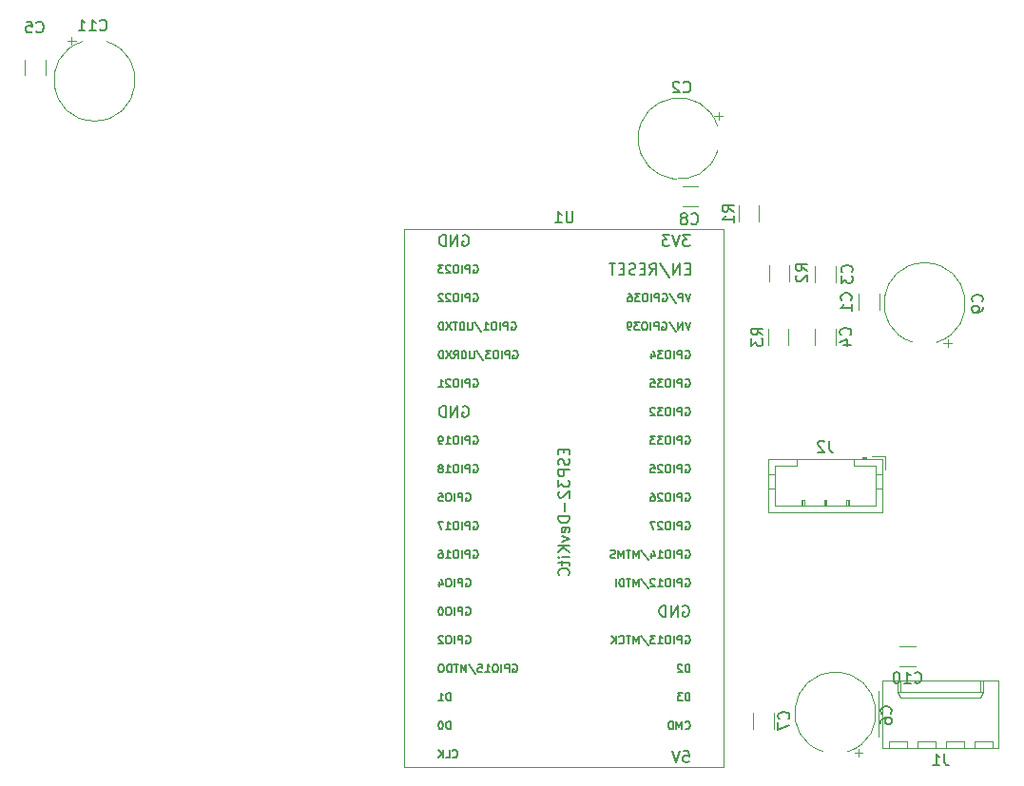
<source format=gbr>
%TF.GenerationSoftware,KiCad,Pcbnew,9.0.5*%
%TF.CreationDate,2025-10-20T17:55:58+02:00*%
%TF.ProjectId,yoradio-3,796f7261-6469-46f2-9d33-2e6b69636164,rev?*%
%TF.SameCoordinates,Original*%
%TF.FileFunction,Legend,Bot*%
%TF.FilePolarity,Positive*%
%FSLAX46Y46*%
G04 Gerber Fmt 4.6, Leading zero omitted, Abs format (unit mm)*
G04 Created by KiCad (PCBNEW 9.0.5) date 2025-10-20 17:55:58*
%MOMM*%
%LPD*%
G01*
G04 APERTURE LIST*
%ADD10C,0.150000*%
%ADD11C,0.120000*%
G04 APERTURE END LIST*
D10*
X155376666Y-80589580D02*
X155424285Y-80637200D01*
X155424285Y-80637200D02*
X155567142Y-80684819D01*
X155567142Y-80684819D02*
X155662380Y-80684819D01*
X155662380Y-80684819D02*
X155805237Y-80637200D01*
X155805237Y-80637200D02*
X155900475Y-80541961D01*
X155900475Y-80541961D02*
X155948094Y-80446723D01*
X155948094Y-80446723D02*
X155995713Y-80256247D01*
X155995713Y-80256247D02*
X155995713Y-80113390D01*
X155995713Y-80113390D02*
X155948094Y-79922914D01*
X155948094Y-79922914D02*
X155900475Y-79827676D01*
X155900475Y-79827676D02*
X155805237Y-79732438D01*
X155805237Y-79732438D02*
X155662380Y-79684819D01*
X155662380Y-79684819D02*
X155567142Y-79684819D01*
X155567142Y-79684819D02*
X155424285Y-79732438D01*
X155424285Y-79732438D02*
X155376666Y-79780057D01*
X154805237Y-80113390D02*
X154900475Y-80065771D01*
X154900475Y-80065771D02*
X154948094Y-80018152D01*
X154948094Y-80018152D02*
X154995713Y-79922914D01*
X154995713Y-79922914D02*
X154995713Y-79875295D01*
X154995713Y-79875295D02*
X154948094Y-79780057D01*
X154948094Y-79780057D02*
X154900475Y-79732438D01*
X154900475Y-79732438D02*
X154805237Y-79684819D01*
X154805237Y-79684819D02*
X154614761Y-79684819D01*
X154614761Y-79684819D02*
X154519523Y-79732438D01*
X154519523Y-79732438D02*
X154471904Y-79780057D01*
X154471904Y-79780057D02*
X154424285Y-79875295D01*
X154424285Y-79875295D02*
X154424285Y-79922914D01*
X154424285Y-79922914D02*
X154471904Y-80018152D01*
X154471904Y-80018152D02*
X154519523Y-80065771D01*
X154519523Y-80065771D02*
X154614761Y-80113390D01*
X154614761Y-80113390D02*
X154805237Y-80113390D01*
X154805237Y-80113390D02*
X154900475Y-80161009D01*
X154900475Y-80161009D02*
X154948094Y-80208628D01*
X154948094Y-80208628D02*
X154995713Y-80303866D01*
X154995713Y-80303866D02*
X154995713Y-80494342D01*
X154995713Y-80494342D02*
X154948094Y-80589580D01*
X154948094Y-80589580D02*
X154900475Y-80637200D01*
X154900475Y-80637200D02*
X154805237Y-80684819D01*
X154805237Y-80684819D02*
X154614761Y-80684819D01*
X154614761Y-80684819D02*
X154519523Y-80637200D01*
X154519523Y-80637200D02*
X154471904Y-80589580D01*
X154471904Y-80589580D02*
X154424285Y-80494342D01*
X154424285Y-80494342D02*
X154424285Y-80303866D01*
X154424285Y-80303866D02*
X154471904Y-80208628D01*
X154471904Y-80208628D02*
X154519523Y-80161009D01*
X154519523Y-80161009D02*
X154614761Y-80113390D01*
X159134819Y-79543333D02*
X158658628Y-79210000D01*
X159134819Y-78971905D02*
X158134819Y-78971905D01*
X158134819Y-78971905D02*
X158134819Y-79352857D01*
X158134819Y-79352857D02*
X158182438Y-79448095D01*
X158182438Y-79448095D02*
X158230057Y-79495714D01*
X158230057Y-79495714D02*
X158325295Y-79543333D01*
X158325295Y-79543333D02*
X158468152Y-79543333D01*
X158468152Y-79543333D02*
X158563390Y-79495714D01*
X158563390Y-79495714D02*
X158611009Y-79448095D01*
X158611009Y-79448095D02*
X158658628Y-79352857D01*
X158658628Y-79352857D02*
X158658628Y-78971905D01*
X159134819Y-80495714D02*
X159134819Y-79924286D01*
X159134819Y-80210000D02*
X158134819Y-80210000D01*
X158134819Y-80210000D02*
X158277676Y-80114762D01*
X158277676Y-80114762D02*
X158372914Y-80019524D01*
X158372914Y-80019524D02*
X158420533Y-79924286D01*
X97056666Y-63509580D02*
X97104285Y-63557200D01*
X97104285Y-63557200D02*
X97247142Y-63604819D01*
X97247142Y-63604819D02*
X97342380Y-63604819D01*
X97342380Y-63604819D02*
X97485237Y-63557200D01*
X97485237Y-63557200D02*
X97580475Y-63461961D01*
X97580475Y-63461961D02*
X97628094Y-63366723D01*
X97628094Y-63366723D02*
X97675713Y-63176247D01*
X97675713Y-63176247D02*
X97675713Y-63033390D01*
X97675713Y-63033390D02*
X97628094Y-62842914D01*
X97628094Y-62842914D02*
X97580475Y-62747676D01*
X97580475Y-62747676D02*
X97485237Y-62652438D01*
X97485237Y-62652438D02*
X97342380Y-62604819D01*
X97342380Y-62604819D02*
X97247142Y-62604819D01*
X97247142Y-62604819D02*
X97104285Y-62652438D01*
X97104285Y-62652438D02*
X97056666Y-62700057D01*
X96151904Y-62604819D02*
X96628094Y-62604819D01*
X96628094Y-62604819D02*
X96675713Y-63081009D01*
X96675713Y-63081009D02*
X96628094Y-63033390D01*
X96628094Y-63033390D02*
X96532856Y-62985771D01*
X96532856Y-62985771D02*
X96294761Y-62985771D01*
X96294761Y-62985771D02*
X96199523Y-63033390D01*
X96199523Y-63033390D02*
X96151904Y-63081009D01*
X96151904Y-63081009D02*
X96104285Y-63176247D01*
X96104285Y-63176247D02*
X96104285Y-63414342D01*
X96104285Y-63414342D02*
X96151904Y-63509580D01*
X96151904Y-63509580D02*
X96199523Y-63557200D01*
X96199523Y-63557200D02*
X96294761Y-63604819D01*
X96294761Y-63604819D02*
X96532856Y-63604819D01*
X96532856Y-63604819D02*
X96628094Y-63557200D01*
X96628094Y-63557200D02*
X96675713Y-63509580D01*
X175262857Y-121459580D02*
X175310476Y-121507200D01*
X175310476Y-121507200D02*
X175453333Y-121554819D01*
X175453333Y-121554819D02*
X175548571Y-121554819D01*
X175548571Y-121554819D02*
X175691428Y-121507200D01*
X175691428Y-121507200D02*
X175786666Y-121411961D01*
X175786666Y-121411961D02*
X175834285Y-121316723D01*
X175834285Y-121316723D02*
X175881904Y-121126247D01*
X175881904Y-121126247D02*
X175881904Y-120983390D01*
X175881904Y-120983390D02*
X175834285Y-120792914D01*
X175834285Y-120792914D02*
X175786666Y-120697676D01*
X175786666Y-120697676D02*
X175691428Y-120602438D01*
X175691428Y-120602438D02*
X175548571Y-120554819D01*
X175548571Y-120554819D02*
X175453333Y-120554819D01*
X175453333Y-120554819D02*
X175310476Y-120602438D01*
X175310476Y-120602438D02*
X175262857Y-120650057D01*
X174310476Y-121554819D02*
X174881904Y-121554819D01*
X174596190Y-121554819D02*
X174596190Y-120554819D01*
X174596190Y-120554819D02*
X174691428Y-120697676D01*
X174691428Y-120697676D02*
X174786666Y-120792914D01*
X174786666Y-120792914D02*
X174881904Y-120840533D01*
X173691428Y-120554819D02*
X173596190Y-120554819D01*
X173596190Y-120554819D02*
X173500952Y-120602438D01*
X173500952Y-120602438D02*
X173453333Y-120650057D01*
X173453333Y-120650057D02*
X173405714Y-120745295D01*
X173405714Y-120745295D02*
X173358095Y-120935771D01*
X173358095Y-120935771D02*
X173358095Y-121173866D01*
X173358095Y-121173866D02*
X173405714Y-121364342D01*
X173405714Y-121364342D02*
X173453333Y-121459580D01*
X173453333Y-121459580D02*
X173500952Y-121507200D01*
X173500952Y-121507200D02*
X173596190Y-121554819D01*
X173596190Y-121554819D02*
X173691428Y-121554819D01*
X173691428Y-121554819D02*
X173786666Y-121507200D01*
X173786666Y-121507200D02*
X173834285Y-121459580D01*
X173834285Y-121459580D02*
X173881904Y-121364342D01*
X173881904Y-121364342D02*
X173929523Y-121173866D01*
X173929523Y-121173866D02*
X173929523Y-120935771D01*
X173929523Y-120935771D02*
X173881904Y-120745295D01*
X173881904Y-120745295D02*
X173834285Y-120650057D01*
X173834285Y-120650057D02*
X173786666Y-120602438D01*
X173786666Y-120602438D02*
X173691428Y-120554819D01*
X144811904Y-79514819D02*
X144811904Y-80324342D01*
X144811904Y-80324342D02*
X144764285Y-80419580D01*
X144764285Y-80419580D02*
X144716666Y-80467200D01*
X144716666Y-80467200D02*
X144621428Y-80514819D01*
X144621428Y-80514819D02*
X144430952Y-80514819D01*
X144430952Y-80514819D02*
X144335714Y-80467200D01*
X144335714Y-80467200D02*
X144288095Y-80419580D01*
X144288095Y-80419580D02*
X144240476Y-80324342D01*
X144240476Y-80324342D02*
X144240476Y-79514819D01*
X143240476Y-80514819D02*
X143811904Y-80514819D01*
X143526190Y-80514819D02*
X143526190Y-79514819D01*
X143526190Y-79514819D02*
X143621428Y-79657676D01*
X143621428Y-79657676D02*
X143716666Y-79752914D01*
X143716666Y-79752914D02*
X143811904Y-79800533D01*
X143981009Y-100694762D02*
X143981009Y-101028095D01*
X144504819Y-101170952D02*
X144504819Y-100694762D01*
X144504819Y-100694762D02*
X143504819Y-100694762D01*
X143504819Y-100694762D02*
X143504819Y-101170952D01*
X144457200Y-101551905D02*
X144504819Y-101694762D01*
X144504819Y-101694762D02*
X144504819Y-101932857D01*
X144504819Y-101932857D02*
X144457200Y-102028095D01*
X144457200Y-102028095D02*
X144409580Y-102075714D01*
X144409580Y-102075714D02*
X144314342Y-102123333D01*
X144314342Y-102123333D02*
X144219104Y-102123333D01*
X144219104Y-102123333D02*
X144123866Y-102075714D01*
X144123866Y-102075714D02*
X144076247Y-102028095D01*
X144076247Y-102028095D02*
X144028628Y-101932857D01*
X144028628Y-101932857D02*
X143981009Y-101742381D01*
X143981009Y-101742381D02*
X143933390Y-101647143D01*
X143933390Y-101647143D02*
X143885771Y-101599524D01*
X143885771Y-101599524D02*
X143790533Y-101551905D01*
X143790533Y-101551905D02*
X143695295Y-101551905D01*
X143695295Y-101551905D02*
X143600057Y-101599524D01*
X143600057Y-101599524D02*
X143552438Y-101647143D01*
X143552438Y-101647143D02*
X143504819Y-101742381D01*
X143504819Y-101742381D02*
X143504819Y-101980476D01*
X143504819Y-101980476D02*
X143552438Y-102123333D01*
X144504819Y-102551905D02*
X143504819Y-102551905D01*
X143504819Y-102551905D02*
X143504819Y-102932857D01*
X143504819Y-102932857D02*
X143552438Y-103028095D01*
X143552438Y-103028095D02*
X143600057Y-103075714D01*
X143600057Y-103075714D02*
X143695295Y-103123333D01*
X143695295Y-103123333D02*
X143838152Y-103123333D01*
X143838152Y-103123333D02*
X143933390Y-103075714D01*
X143933390Y-103075714D02*
X143981009Y-103028095D01*
X143981009Y-103028095D02*
X144028628Y-102932857D01*
X144028628Y-102932857D02*
X144028628Y-102551905D01*
X143504819Y-103456667D02*
X143504819Y-104075714D01*
X143504819Y-104075714D02*
X143885771Y-103742381D01*
X143885771Y-103742381D02*
X143885771Y-103885238D01*
X143885771Y-103885238D02*
X143933390Y-103980476D01*
X143933390Y-103980476D02*
X143981009Y-104028095D01*
X143981009Y-104028095D02*
X144076247Y-104075714D01*
X144076247Y-104075714D02*
X144314342Y-104075714D01*
X144314342Y-104075714D02*
X144409580Y-104028095D01*
X144409580Y-104028095D02*
X144457200Y-103980476D01*
X144457200Y-103980476D02*
X144504819Y-103885238D01*
X144504819Y-103885238D02*
X144504819Y-103599524D01*
X144504819Y-103599524D02*
X144457200Y-103504286D01*
X144457200Y-103504286D02*
X144409580Y-103456667D01*
X143600057Y-104456667D02*
X143552438Y-104504286D01*
X143552438Y-104504286D02*
X143504819Y-104599524D01*
X143504819Y-104599524D02*
X143504819Y-104837619D01*
X143504819Y-104837619D02*
X143552438Y-104932857D01*
X143552438Y-104932857D02*
X143600057Y-104980476D01*
X143600057Y-104980476D02*
X143695295Y-105028095D01*
X143695295Y-105028095D02*
X143790533Y-105028095D01*
X143790533Y-105028095D02*
X143933390Y-104980476D01*
X143933390Y-104980476D02*
X144504819Y-104409048D01*
X144504819Y-104409048D02*
X144504819Y-105028095D01*
X144123866Y-105456667D02*
X144123866Y-106218572D01*
X144504819Y-106694762D02*
X143504819Y-106694762D01*
X143504819Y-106694762D02*
X143504819Y-106932857D01*
X143504819Y-106932857D02*
X143552438Y-107075714D01*
X143552438Y-107075714D02*
X143647676Y-107170952D01*
X143647676Y-107170952D02*
X143742914Y-107218571D01*
X143742914Y-107218571D02*
X143933390Y-107266190D01*
X143933390Y-107266190D02*
X144076247Y-107266190D01*
X144076247Y-107266190D02*
X144266723Y-107218571D01*
X144266723Y-107218571D02*
X144361961Y-107170952D01*
X144361961Y-107170952D02*
X144457200Y-107075714D01*
X144457200Y-107075714D02*
X144504819Y-106932857D01*
X144504819Y-106932857D02*
X144504819Y-106694762D01*
X144457200Y-108075714D02*
X144504819Y-107980476D01*
X144504819Y-107980476D02*
X144504819Y-107790000D01*
X144504819Y-107790000D02*
X144457200Y-107694762D01*
X144457200Y-107694762D02*
X144361961Y-107647143D01*
X144361961Y-107647143D02*
X143981009Y-107647143D01*
X143981009Y-107647143D02*
X143885771Y-107694762D01*
X143885771Y-107694762D02*
X143838152Y-107790000D01*
X143838152Y-107790000D02*
X143838152Y-107980476D01*
X143838152Y-107980476D02*
X143885771Y-108075714D01*
X143885771Y-108075714D02*
X143981009Y-108123333D01*
X143981009Y-108123333D02*
X144076247Y-108123333D01*
X144076247Y-108123333D02*
X144171485Y-107647143D01*
X143838152Y-108456667D02*
X144504819Y-108694762D01*
X144504819Y-108694762D02*
X143838152Y-108932857D01*
X144504819Y-109313810D02*
X143504819Y-109313810D01*
X144504819Y-109885238D02*
X143933390Y-109456667D01*
X143504819Y-109885238D02*
X144076247Y-109313810D01*
X144504819Y-110313810D02*
X143838152Y-110313810D01*
X143504819Y-110313810D02*
X143552438Y-110266191D01*
X143552438Y-110266191D02*
X143600057Y-110313810D01*
X143600057Y-110313810D02*
X143552438Y-110361429D01*
X143552438Y-110361429D02*
X143504819Y-110313810D01*
X143504819Y-110313810D02*
X143600057Y-110313810D01*
X143838152Y-110647143D02*
X143838152Y-111028095D01*
X143504819Y-110790000D02*
X144361961Y-110790000D01*
X144361961Y-110790000D02*
X144457200Y-110837619D01*
X144457200Y-110837619D02*
X144504819Y-110932857D01*
X144504819Y-110932857D02*
X144504819Y-111028095D01*
X144409580Y-111932857D02*
X144457200Y-111885238D01*
X144457200Y-111885238D02*
X144504819Y-111742381D01*
X144504819Y-111742381D02*
X144504819Y-111647143D01*
X144504819Y-111647143D02*
X144457200Y-111504286D01*
X144457200Y-111504286D02*
X144361961Y-111409048D01*
X144361961Y-111409048D02*
X144266723Y-111361429D01*
X144266723Y-111361429D02*
X144076247Y-111313810D01*
X144076247Y-111313810D02*
X143933390Y-111313810D01*
X143933390Y-111313810D02*
X143742914Y-111361429D01*
X143742914Y-111361429D02*
X143647676Y-111409048D01*
X143647676Y-111409048D02*
X143552438Y-111504286D01*
X143552438Y-111504286D02*
X143504819Y-111647143D01*
X143504819Y-111647143D02*
X143504819Y-111742381D01*
X143504819Y-111742381D02*
X143552438Y-111885238D01*
X143552438Y-111885238D02*
X143600057Y-111932857D01*
X154670710Y-127586099D02*
X155146900Y-127586099D01*
X155146900Y-127586099D02*
X155194519Y-128062289D01*
X155194519Y-128062289D02*
X155146900Y-128014670D01*
X155146900Y-128014670D02*
X155051662Y-127967051D01*
X155051662Y-127967051D02*
X154813567Y-127967051D01*
X154813567Y-127967051D02*
X154718329Y-128014670D01*
X154718329Y-128014670D02*
X154670710Y-128062289D01*
X154670710Y-128062289D02*
X154623091Y-128157527D01*
X154623091Y-128157527D02*
X154623091Y-128395622D01*
X154623091Y-128395622D02*
X154670710Y-128490860D01*
X154670710Y-128490860D02*
X154718329Y-128538480D01*
X154718329Y-128538480D02*
X154813567Y-128586099D01*
X154813567Y-128586099D02*
X155051662Y-128586099D01*
X155051662Y-128586099D02*
X155146900Y-128538480D01*
X155146900Y-128538480D02*
X155194519Y-128490860D01*
X154337376Y-127586099D02*
X154004043Y-128586099D01*
X154004043Y-128586099D02*
X153670710Y-127586099D01*
X133918684Y-123116033D02*
X133918684Y-122416033D01*
X133918684Y-122416033D02*
X133752017Y-122416033D01*
X133752017Y-122416033D02*
X133652017Y-122449366D01*
X133652017Y-122449366D02*
X133585351Y-122516033D01*
X133585351Y-122516033D02*
X133552017Y-122582700D01*
X133552017Y-122582700D02*
X133518684Y-122716033D01*
X133518684Y-122716033D02*
X133518684Y-122816033D01*
X133518684Y-122816033D02*
X133552017Y-122949366D01*
X133552017Y-122949366D02*
X133585351Y-123016033D01*
X133585351Y-123016033D02*
X133652017Y-123082700D01*
X133652017Y-123082700D02*
X133752017Y-123116033D01*
X133752017Y-123116033D02*
X133918684Y-123116033D01*
X132852017Y-123116033D02*
X133252017Y-123116033D01*
X133052017Y-123116033D02*
X133052017Y-122416033D01*
X133052017Y-122416033D02*
X133118684Y-122516033D01*
X133118684Y-122516033D02*
X133185351Y-122582700D01*
X133185351Y-122582700D02*
X133252017Y-122616033D01*
X135985350Y-102129366D02*
X136052017Y-102096033D01*
X136052017Y-102096033D02*
X136152017Y-102096033D01*
X136152017Y-102096033D02*
X136252017Y-102129366D01*
X136252017Y-102129366D02*
X136318684Y-102196033D01*
X136318684Y-102196033D02*
X136352017Y-102262700D01*
X136352017Y-102262700D02*
X136385350Y-102396033D01*
X136385350Y-102396033D02*
X136385350Y-102496033D01*
X136385350Y-102496033D02*
X136352017Y-102629366D01*
X136352017Y-102629366D02*
X136318684Y-102696033D01*
X136318684Y-102696033D02*
X136252017Y-102762700D01*
X136252017Y-102762700D02*
X136152017Y-102796033D01*
X136152017Y-102796033D02*
X136085350Y-102796033D01*
X136085350Y-102796033D02*
X135985350Y-102762700D01*
X135985350Y-102762700D02*
X135952017Y-102729366D01*
X135952017Y-102729366D02*
X135952017Y-102496033D01*
X135952017Y-102496033D02*
X136085350Y-102496033D01*
X135652017Y-102796033D02*
X135652017Y-102096033D01*
X135652017Y-102096033D02*
X135385350Y-102096033D01*
X135385350Y-102096033D02*
X135318684Y-102129366D01*
X135318684Y-102129366D02*
X135285350Y-102162700D01*
X135285350Y-102162700D02*
X135252017Y-102229366D01*
X135252017Y-102229366D02*
X135252017Y-102329366D01*
X135252017Y-102329366D02*
X135285350Y-102396033D01*
X135285350Y-102396033D02*
X135318684Y-102429366D01*
X135318684Y-102429366D02*
X135385350Y-102462700D01*
X135385350Y-102462700D02*
X135652017Y-102462700D01*
X134952017Y-102796033D02*
X134952017Y-102096033D01*
X134485351Y-102096033D02*
X134352017Y-102096033D01*
X134352017Y-102096033D02*
X134285351Y-102129366D01*
X134285351Y-102129366D02*
X134218684Y-102196033D01*
X134218684Y-102196033D02*
X134185351Y-102329366D01*
X134185351Y-102329366D02*
X134185351Y-102562700D01*
X134185351Y-102562700D02*
X134218684Y-102696033D01*
X134218684Y-102696033D02*
X134285351Y-102762700D01*
X134285351Y-102762700D02*
X134352017Y-102796033D01*
X134352017Y-102796033D02*
X134485351Y-102796033D01*
X134485351Y-102796033D02*
X134552017Y-102762700D01*
X134552017Y-102762700D02*
X134618684Y-102696033D01*
X134618684Y-102696033D02*
X134652017Y-102562700D01*
X134652017Y-102562700D02*
X134652017Y-102329366D01*
X134652017Y-102329366D02*
X134618684Y-102196033D01*
X134618684Y-102196033D02*
X134552017Y-102129366D01*
X134552017Y-102129366D02*
X134485351Y-102096033D01*
X133518684Y-102796033D02*
X133918684Y-102796033D01*
X133718684Y-102796033D02*
X133718684Y-102096033D01*
X133718684Y-102096033D02*
X133785351Y-102196033D01*
X133785351Y-102196033D02*
X133852018Y-102262700D01*
X133852018Y-102262700D02*
X133918684Y-102296033D01*
X133118684Y-102396033D02*
X133185351Y-102362700D01*
X133185351Y-102362700D02*
X133218684Y-102329366D01*
X133218684Y-102329366D02*
X133252017Y-102262700D01*
X133252017Y-102262700D02*
X133252017Y-102229366D01*
X133252017Y-102229366D02*
X133218684Y-102162700D01*
X133218684Y-102162700D02*
X133185351Y-102129366D01*
X133185351Y-102129366D02*
X133118684Y-102096033D01*
X133118684Y-102096033D02*
X132985351Y-102096033D01*
X132985351Y-102096033D02*
X132918684Y-102129366D01*
X132918684Y-102129366D02*
X132885351Y-102162700D01*
X132885351Y-102162700D02*
X132852017Y-102229366D01*
X132852017Y-102229366D02*
X132852017Y-102262700D01*
X132852017Y-102262700D02*
X132885351Y-102329366D01*
X132885351Y-102329366D02*
X132918684Y-102362700D01*
X132918684Y-102362700D02*
X132985351Y-102396033D01*
X132985351Y-102396033D02*
X133118684Y-102396033D01*
X133118684Y-102396033D02*
X133185351Y-102429366D01*
X133185351Y-102429366D02*
X133218684Y-102462700D01*
X133218684Y-102462700D02*
X133252017Y-102529366D01*
X133252017Y-102529366D02*
X133252017Y-102662700D01*
X133252017Y-102662700D02*
X133218684Y-102729366D01*
X133218684Y-102729366D02*
X133185351Y-102762700D01*
X133185351Y-102762700D02*
X133118684Y-102796033D01*
X133118684Y-102796033D02*
X132985351Y-102796033D01*
X132985351Y-102796033D02*
X132918684Y-102762700D01*
X132918684Y-102762700D02*
X132885351Y-102729366D01*
X132885351Y-102729366D02*
X132852017Y-102662700D01*
X132852017Y-102662700D02*
X132852017Y-102529366D01*
X132852017Y-102529366D02*
X132885351Y-102462700D01*
X132885351Y-102462700D02*
X132918684Y-102429366D01*
X132918684Y-102429366D02*
X132985351Y-102396033D01*
X134118684Y-128129366D02*
X134152017Y-128162700D01*
X134152017Y-128162700D02*
X134252017Y-128196033D01*
X134252017Y-128196033D02*
X134318684Y-128196033D01*
X134318684Y-128196033D02*
X134418684Y-128162700D01*
X134418684Y-128162700D02*
X134485351Y-128096033D01*
X134485351Y-128096033D02*
X134518684Y-128029366D01*
X134518684Y-128029366D02*
X134552017Y-127896033D01*
X134552017Y-127896033D02*
X134552017Y-127796033D01*
X134552017Y-127796033D02*
X134518684Y-127662700D01*
X134518684Y-127662700D02*
X134485351Y-127596033D01*
X134485351Y-127596033D02*
X134418684Y-127529366D01*
X134418684Y-127529366D02*
X134318684Y-127496033D01*
X134318684Y-127496033D02*
X134252017Y-127496033D01*
X134252017Y-127496033D02*
X134152017Y-127529366D01*
X134152017Y-127529366D02*
X134118684Y-127562700D01*
X133485351Y-128196033D02*
X133818684Y-128196033D01*
X133818684Y-128196033D02*
X133818684Y-127496033D01*
X133252017Y-128196033D02*
X133252017Y-127496033D01*
X132852017Y-128196033D02*
X133152017Y-127796033D01*
X132852017Y-127496033D02*
X133252017Y-127896033D01*
X154847982Y-117369366D02*
X154914649Y-117336033D01*
X154914649Y-117336033D02*
X155014649Y-117336033D01*
X155014649Y-117336033D02*
X155114649Y-117369366D01*
X155114649Y-117369366D02*
X155181316Y-117436033D01*
X155181316Y-117436033D02*
X155214649Y-117502700D01*
X155214649Y-117502700D02*
X155247982Y-117636033D01*
X155247982Y-117636033D02*
X155247982Y-117736033D01*
X155247982Y-117736033D02*
X155214649Y-117869366D01*
X155214649Y-117869366D02*
X155181316Y-117936033D01*
X155181316Y-117936033D02*
X155114649Y-118002700D01*
X155114649Y-118002700D02*
X155014649Y-118036033D01*
X155014649Y-118036033D02*
X154947982Y-118036033D01*
X154947982Y-118036033D02*
X154847982Y-118002700D01*
X154847982Y-118002700D02*
X154814649Y-117969366D01*
X154814649Y-117969366D02*
X154814649Y-117736033D01*
X154814649Y-117736033D02*
X154947982Y-117736033D01*
X154514649Y-118036033D02*
X154514649Y-117336033D01*
X154514649Y-117336033D02*
X154247982Y-117336033D01*
X154247982Y-117336033D02*
X154181316Y-117369366D01*
X154181316Y-117369366D02*
X154147982Y-117402700D01*
X154147982Y-117402700D02*
X154114649Y-117469366D01*
X154114649Y-117469366D02*
X154114649Y-117569366D01*
X154114649Y-117569366D02*
X154147982Y-117636033D01*
X154147982Y-117636033D02*
X154181316Y-117669366D01*
X154181316Y-117669366D02*
X154247982Y-117702700D01*
X154247982Y-117702700D02*
X154514649Y-117702700D01*
X153814649Y-118036033D02*
X153814649Y-117336033D01*
X153347983Y-117336033D02*
X153214649Y-117336033D01*
X153214649Y-117336033D02*
X153147983Y-117369366D01*
X153147983Y-117369366D02*
X153081316Y-117436033D01*
X153081316Y-117436033D02*
X153047983Y-117569366D01*
X153047983Y-117569366D02*
X153047983Y-117802700D01*
X153047983Y-117802700D02*
X153081316Y-117936033D01*
X153081316Y-117936033D02*
X153147983Y-118002700D01*
X153147983Y-118002700D02*
X153214649Y-118036033D01*
X153214649Y-118036033D02*
X153347983Y-118036033D01*
X153347983Y-118036033D02*
X153414649Y-118002700D01*
X153414649Y-118002700D02*
X153481316Y-117936033D01*
X153481316Y-117936033D02*
X153514649Y-117802700D01*
X153514649Y-117802700D02*
X153514649Y-117569366D01*
X153514649Y-117569366D02*
X153481316Y-117436033D01*
X153481316Y-117436033D02*
X153414649Y-117369366D01*
X153414649Y-117369366D02*
X153347983Y-117336033D01*
X152381316Y-118036033D02*
X152781316Y-118036033D01*
X152581316Y-118036033D02*
X152581316Y-117336033D01*
X152581316Y-117336033D02*
X152647983Y-117436033D01*
X152647983Y-117436033D02*
X152714650Y-117502700D01*
X152714650Y-117502700D02*
X152781316Y-117536033D01*
X152147983Y-117336033D02*
X151714649Y-117336033D01*
X151714649Y-117336033D02*
X151947983Y-117602700D01*
X151947983Y-117602700D02*
X151847983Y-117602700D01*
X151847983Y-117602700D02*
X151781316Y-117636033D01*
X151781316Y-117636033D02*
X151747983Y-117669366D01*
X151747983Y-117669366D02*
X151714649Y-117736033D01*
X151714649Y-117736033D02*
X151714649Y-117902700D01*
X151714649Y-117902700D02*
X151747983Y-117969366D01*
X151747983Y-117969366D02*
X151781316Y-118002700D01*
X151781316Y-118002700D02*
X151847983Y-118036033D01*
X151847983Y-118036033D02*
X152047983Y-118036033D01*
X152047983Y-118036033D02*
X152114649Y-118002700D01*
X152114649Y-118002700D02*
X152147983Y-117969366D01*
X150914649Y-117302700D02*
X151514649Y-118202700D01*
X150681316Y-118036033D02*
X150681316Y-117336033D01*
X150681316Y-117336033D02*
X150447983Y-117836033D01*
X150447983Y-117836033D02*
X150214649Y-117336033D01*
X150214649Y-117336033D02*
X150214649Y-118036033D01*
X149981316Y-117336033D02*
X149581316Y-117336033D01*
X149781316Y-118036033D02*
X149781316Y-117336033D01*
X148947983Y-117969366D02*
X148981316Y-118002700D01*
X148981316Y-118002700D02*
X149081316Y-118036033D01*
X149081316Y-118036033D02*
X149147983Y-118036033D01*
X149147983Y-118036033D02*
X149247983Y-118002700D01*
X149247983Y-118002700D02*
X149314650Y-117936033D01*
X149314650Y-117936033D02*
X149347983Y-117869366D01*
X149347983Y-117869366D02*
X149381316Y-117736033D01*
X149381316Y-117736033D02*
X149381316Y-117636033D01*
X149381316Y-117636033D02*
X149347983Y-117502700D01*
X149347983Y-117502700D02*
X149314650Y-117436033D01*
X149314650Y-117436033D02*
X149247983Y-117369366D01*
X149247983Y-117369366D02*
X149147983Y-117336033D01*
X149147983Y-117336033D02*
X149081316Y-117336033D01*
X149081316Y-117336033D02*
X148981316Y-117369366D01*
X148981316Y-117369366D02*
X148947983Y-117402700D01*
X148647983Y-118036033D02*
X148647983Y-117336033D01*
X148247983Y-118036033D02*
X148547983Y-117636033D01*
X148247983Y-117336033D02*
X148647983Y-117736033D01*
X135985350Y-84349366D02*
X136052017Y-84316033D01*
X136052017Y-84316033D02*
X136152017Y-84316033D01*
X136152017Y-84316033D02*
X136252017Y-84349366D01*
X136252017Y-84349366D02*
X136318684Y-84416033D01*
X136318684Y-84416033D02*
X136352017Y-84482700D01*
X136352017Y-84482700D02*
X136385350Y-84616033D01*
X136385350Y-84616033D02*
X136385350Y-84716033D01*
X136385350Y-84716033D02*
X136352017Y-84849366D01*
X136352017Y-84849366D02*
X136318684Y-84916033D01*
X136318684Y-84916033D02*
X136252017Y-84982700D01*
X136252017Y-84982700D02*
X136152017Y-85016033D01*
X136152017Y-85016033D02*
X136085350Y-85016033D01*
X136085350Y-85016033D02*
X135985350Y-84982700D01*
X135985350Y-84982700D02*
X135952017Y-84949366D01*
X135952017Y-84949366D02*
X135952017Y-84716033D01*
X135952017Y-84716033D02*
X136085350Y-84716033D01*
X135652017Y-85016033D02*
X135652017Y-84316033D01*
X135652017Y-84316033D02*
X135385350Y-84316033D01*
X135385350Y-84316033D02*
X135318684Y-84349366D01*
X135318684Y-84349366D02*
X135285350Y-84382700D01*
X135285350Y-84382700D02*
X135252017Y-84449366D01*
X135252017Y-84449366D02*
X135252017Y-84549366D01*
X135252017Y-84549366D02*
X135285350Y-84616033D01*
X135285350Y-84616033D02*
X135318684Y-84649366D01*
X135318684Y-84649366D02*
X135385350Y-84682700D01*
X135385350Y-84682700D02*
X135652017Y-84682700D01*
X134952017Y-85016033D02*
X134952017Y-84316033D01*
X134485351Y-84316033D02*
X134352017Y-84316033D01*
X134352017Y-84316033D02*
X134285351Y-84349366D01*
X134285351Y-84349366D02*
X134218684Y-84416033D01*
X134218684Y-84416033D02*
X134185351Y-84549366D01*
X134185351Y-84549366D02*
X134185351Y-84782700D01*
X134185351Y-84782700D02*
X134218684Y-84916033D01*
X134218684Y-84916033D02*
X134285351Y-84982700D01*
X134285351Y-84982700D02*
X134352017Y-85016033D01*
X134352017Y-85016033D02*
X134485351Y-85016033D01*
X134485351Y-85016033D02*
X134552017Y-84982700D01*
X134552017Y-84982700D02*
X134618684Y-84916033D01*
X134618684Y-84916033D02*
X134652017Y-84782700D01*
X134652017Y-84782700D02*
X134652017Y-84549366D01*
X134652017Y-84549366D02*
X134618684Y-84416033D01*
X134618684Y-84416033D02*
X134552017Y-84349366D01*
X134552017Y-84349366D02*
X134485351Y-84316033D01*
X133918684Y-84382700D02*
X133885351Y-84349366D01*
X133885351Y-84349366D02*
X133818684Y-84316033D01*
X133818684Y-84316033D02*
X133652018Y-84316033D01*
X133652018Y-84316033D02*
X133585351Y-84349366D01*
X133585351Y-84349366D02*
X133552018Y-84382700D01*
X133552018Y-84382700D02*
X133518684Y-84449366D01*
X133518684Y-84449366D02*
X133518684Y-84516033D01*
X133518684Y-84516033D02*
X133552018Y-84616033D01*
X133552018Y-84616033D02*
X133952018Y-85016033D01*
X133952018Y-85016033D02*
X133518684Y-85016033D01*
X133285351Y-84316033D02*
X132852017Y-84316033D01*
X132852017Y-84316033D02*
X133085351Y-84582700D01*
X133085351Y-84582700D02*
X132985351Y-84582700D01*
X132985351Y-84582700D02*
X132918684Y-84616033D01*
X132918684Y-84616033D02*
X132885351Y-84649366D01*
X132885351Y-84649366D02*
X132852017Y-84716033D01*
X132852017Y-84716033D02*
X132852017Y-84882700D01*
X132852017Y-84882700D02*
X132885351Y-84949366D01*
X132885351Y-84949366D02*
X132918684Y-84982700D01*
X132918684Y-84982700D02*
X132985351Y-85016033D01*
X132985351Y-85016033D02*
X133185351Y-85016033D01*
X133185351Y-85016033D02*
X133252017Y-84982700D01*
X133252017Y-84982700D02*
X133285351Y-84949366D01*
X155248078Y-84628289D02*
X154914745Y-84628289D01*
X154771888Y-85152099D02*
X155248078Y-85152099D01*
X155248078Y-85152099D02*
X155248078Y-84152099D01*
X155248078Y-84152099D02*
X154771888Y-84152099D01*
X154343316Y-85152099D02*
X154343316Y-84152099D01*
X154343316Y-84152099D02*
X153771888Y-85152099D01*
X153771888Y-85152099D02*
X153771888Y-84152099D01*
X152581412Y-84104480D02*
X153438554Y-85390194D01*
X151676650Y-85152099D02*
X152009983Y-84675908D01*
X152248078Y-85152099D02*
X152248078Y-84152099D01*
X152248078Y-84152099D02*
X151867126Y-84152099D01*
X151867126Y-84152099D02*
X151771888Y-84199718D01*
X151771888Y-84199718D02*
X151724269Y-84247337D01*
X151724269Y-84247337D02*
X151676650Y-84342575D01*
X151676650Y-84342575D02*
X151676650Y-84485432D01*
X151676650Y-84485432D02*
X151724269Y-84580670D01*
X151724269Y-84580670D02*
X151771888Y-84628289D01*
X151771888Y-84628289D02*
X151867126Y-84675908D01*
X151867126Y-84675908D02*
X152248078Y-84675908D01*
X151248078Y-84628289D02*
X150914745Y-84628289D01*
X150771888Y-85152099D02*
X151248078Y-85152099D01*
X151248078Y-85152099D02*
X151248078Y-84152099D01*
X151248078Y-84152099D02*
X150771888Y-84152099D01*
X150390935Y-85104480D02*
X150248078Y-85152099D01*
X150248078Y-85152099D02*
X150009983Y-85152099D01*
X150009983Y-85152099D02*
X149914745Y-85104480D01*
X149914745Y-85104480D02*
X149867126Y-85056860D01*
X149867126Y-85056860D02*
X149819507Y-84961622D01*
X149819507Y-84961622D02*
X149819507Y-84866384D01*
X149819507Y-84866384D02*
X149867126Y-84771146D01*
X149867126Y-84771146D02*
X149914745Y-84723527D01*
X149914745Y-84723527D02*
X150009983Y-84675908D01*
X150009983Y-84675908D02*
X150200459Y-84628289D01*
X150200459Y-84628289D02*
X150295697Y-84580670D01*
X150295697Y-84580670D02*
X150343316Y-84533051D01*
X150343316Y-84533051D02*
X150390935Y-84437813D01*
X150390935Y-84437813D02*
X150390935Y-84342575D01*
X150390935Y-84342575D02*
X150343316Y-84247337D01*
X150343316Y-84247337D02*
X150295697Y-84199718D01*
X150295697Y-84199718D02*
X150200459Y-84152099D01*
X150200459Y-84152099D02*
X149962364Y-84152099D01*
X149962364Y-84152099D02*
X149819507Y-84199718D01*
X149390935Y-84628289D02*
X149057602Y-84628289D01*
X148914745Y-85152099D02*
X149390935Y-85152099D01*
X149390935Y-85152099D02*
X149390935Y-84152099D01*
X149390935Y-84152099D02*
X148914745Y-84152099D01*
X148629030Y-84152099D02*
X148057602Y-84152099D01*
X148343316Y-85152099D02*
X148343316Y-84152099D01*
X139352016Y-89429366D02*
X139418683Y-89396033D01*
X139418683Y-89396033D02*
X139518683Y-89396033D01*
X139518683Y-89396033D02*
X139618683Y-89429366D01*
X139618683Y-89429366D02*
X139685350Y-89496033D01*
X139685350Y-89496033D02*
X139718683Y-89562700D01*
X139718683Y-89562700D02*
X139752016Y-89696033D01*
X139752016Y-89696033D02*
X139752016Y-89796033D01*
X139752016Y-89796033D02*
X139718683Y-89929366D01*
X139718683Y-89929366D02*
X139685350Y-89996033D01*
X139685350Y-89996033D02*
X139618683Y-90062700D01*
X139618683Y-90062700D02*
X139518683Y-90096033D01*
X139518683Y-90096033D02*
X139452016Y-90096033D01*
X139452016Y-90096033D02*
X139352016Y-90062700D01*
X139352016Y-90062700D02*
X139318683Y-90029366D01*
X139318683Y-90029366D02*
X139318683Y-89796033D01*
X139318683Y-89796033D02*
X139452016Y-89796033D01*
X139018683Y-90096033D02*
X139018683Y-89396033D01*
X139018683Y-89396033D02*
X138752016Y-89396033D01*
X138752016Y-89396033D02*
X138685350Y-89429366D01*
X138685350Y-89429366D02*
X138652016Y-89462700D01*
X138652016Y-89462700D02*
X138618683Y-89529366D01*
X138618683Y-89529366D02*
X138618683Y-89629366D01*
X138618683Y-89629366D02*
X138652016Y-89696033D01*
X138652016Y-89696033D02*
X138685350Y-89729366D01*
X138685350Y-89729366D02*
X138752016Y-89762700D01*
X138752016Y-89762700D02*
X139018683Y-89762700D01*
X138318683Y-90096033D02*
X138318683Y-89396033D01*
X137852017Y-89396033D02*
X137718683Y-89396033D01*
X137718683Y-89396033D02*
X137652017Y-89429366D01*
X137652017Y-89429366D02*
X137585350Y-89496033D01*
X137585350Y-89496033D02*
X137552017Y-89629366D01*
X137552017Y-89629366D02*
X137552017Y-89862700D01*
X137552017Y-89862700D02*
X137585350Y-89996033D01*
X137585350Y-89996033D02*
X137652017Y-90062700D01*
X137652017Y-90062700D02*
X137718683Y-90096033D01*
X137718683Y-90096033D02*
X137852017Y-90096033D01*
X137852017Y-90096033D02*
X137918683Y-90062700D01*
X137918683Y-90062700D02*
X137985350Y-89996033D01*
X137985350Y-89996033D02*
X138018683Y-89862700D01*
X138018683Y-89862700D02*
X138018683Y-89629366D01*
X138018683Y-89629366D02*
X137985350Y-89496033D01*
X137985350Y-89496033D02*
X137918683Y-89429366D01*
X137918683Y-89429366D02*
X137852017Y-89396033D01*
X136885350Y-90096033D02*
X137285350Y-90096033D01*
X137085350Y-90096033D02*
X137085350Y-89396033D01*
X137085350Y-89396033D02*
X137152017Y-89496033D01*
X137152017Y-89496033D02*
X137218684Y-89562700D01*
X137218684Y-89562700D02*
X137285350Y-89596033D01*
X136085350Y-89362700D02*
X136685350Y-90262700D01*
X135852017Y-89396033D02*
X135852017Y-89962700D01*
X135852017Y-89962700D02*
X135818684Y-90029366D01*
X135818684Y-90029366D02*
X135785350Y-90062700D01*
X135785350Y-90062700D02*
X135718684Y-90096033D01*
X135718684Y-90096033D02*
X135585350Y-90096033D01*
X135585350Y-90096033D02*
X135518684Y-90062700D01*
X135518684Y-90062700D02*
X135485350Y-90029366D01*
X135485350Y-90029366D02*
X135452017Y-89962700D01*
X135452017Y-89962700D02*
X135452017Y-89396033D01*
X134985351Y-89396033D02*
X134918684Y-89396033D01*
X134918684Y-89396033D02*
X134852017Y-89429366D01*
X134852017Y-89429366D02*
X134818684Y-89462700D01*
X134818684Y-89462700D02*
X134785351Y-89529366D01*
X134785351Y-89529366D02*
X134752017Y-89662700D01*
X134752017Y-89662700D02*
X134752017Y-89829366D01*
X134752017Y-89829366D02*
X134785351Y-89962700D01*
X134785351Y-89962700D02*
X134818684Y-90029366D01*
X134818684Y-90029366D02*
X134852017Y-90062700D01*
X134852017Y-90062700D02*
X134918684Y-90096033D01*
X134918684Y-90096033D02*
X134985351Y-90096033D01*
X134985351Y-90096033D02*
X135052017Y-90062700D01*
X135052017Y-90062700D02*
X135085351Y-90029366D01*
X135085351Y-90029366D02*
X135118684Y-89962700D01*
X135118684Y-89962700D02*
X135152017Y-89829366D01*
X135152017Y-89829366D02*
X135152017Y-89662700D01*
X135152017Y-89662700D02*
X135118684Y-89529366D01*
X135118684Y-89529366D02*
X135085351Y-89462700D01*
X135085351Y-89462700D02*
X135052017Y-89429366D01*
X135052017Y-89429366D02*
X134985351Y-89396033D01*
X134552017Y-89396033D02*
X134152017Y-89396033D01*
X134352017Y-90096033D02*
X134352017Y-89396033D01*
X133985351Y-89396033D02*
X133518684Y-90096033D01*
X133518684Y-89396033D02*
X133985351Y-90096033D01*
X133252017Y-90096033D02*
X133252017Y-89396033D01*
X133252017Y-89396033D02*
X133085350Y-89396033D01*
X133085350Y-89396033D02*
X132985350Y-89429366D01*
X132985350Y-89429366D02*
X132918684Y-89496033D01*
X132918684Y-89496033D02*
X132885350Y-89562700D01*
X132885350Y-89562700D02*
X132852017Y-89696033D01*
X132852017Y-89696033D02*
X132852017Y-89796033D01*
X132852017Y-89796033D02*
X132885350Y-89929366D01*
X132885350Y-89929366D02*
X132918684Y-89996033D01*
X132918684Y-89996033D02*
X132985350Y-90062700D01*
X132985350Y-90062700D02*
X133085350Y-90096033D01*
X133085350Y-90096033D02*
X133252017Y-90096033D01*
X133918684Y-125656033D02*
X133918684Y-124956033D01*
X133918684Y-124956033D02*
X133752017Y-124956033D01*
X133752017Y-124956033D02*
X133652017Y-124989366D01*
X133652017Y-124989366D02*
X133585351Y-125056033D01*
X133585351Y-125056033D02*
X133552017Y-125122700D01*
X133552017Y-125122700D02*
X133518684Y-125256033D01*
X133518684Y-125256033D02*
X133518684Y-125356033D01*
X133518684Y-125356033D02*
X133552017Y-125489366D01*
X133552017Y-125489366D02*
X133585351Y-125556033D01*
X133585351Y-125556033D02*
X133652017Y-125622700D01*
X133652017Y-125622700D02*
X133752017Y-125656033D01*
X133752017Y-125656033D02*
X133918684Y-125656033D01*
X133085351Y-124956033D02*
X133018684Y-124956033D01*
X133018684Y-124956033D02*
X132952017Y-124989366D01*
X132952017Y-124989366D02*
X132918684Y-125022700D01*
X132918684Y-125022700D02*
X132885351Y-125089366D01*
X132885351Y-125089366D02*
X132852017Y-125222700D01*
X132852017Y-125222700D02*
X132852017Y-125389366D01*
X132852017Y-125389366D02*
X132885351Y-125522700D01*
X132885351Y-125522700D02*
X132918684Y-125589366D01*
X132918684Y-125589366D02*
X132952017Y-125622700D01*
X132952017Y-125622700D02*
X133018684Y-125656033D01*
X133018684Y-125656033D02*
X133085351Y-125656033D01*
X133085351Y-125656033D02*
X133152017Y-125622700D01*
X133152017Y-125622700D02*
X133185351Y-125589366D01*
X133185351Y-125589366D02*
X133218684Y-125522700D01*
X133218684Y-125522700D02*
X133252017Y-125389366D01*
X133252017Y-125389366D02*
X133252017Y-125222700D01*
X133252017Y-125222700D02*
X133218684Y-125089366D01*
X133218684Y-125089366D02*
X133185351Y-125022700D01*
X133185351Y-125022700D02*
X133152017Y-124989366D01*
X133152017Y-124989366D02*
X133085351Y-124956033D01*
X135004398Y-96902438D02*
X135099636Y-96854819D01*
X135099636Y-96854819D02*
X135242493Y-96854819D01*
X135242493Y-96854819D02*
X135385350Y-96902438D01*
X135385350Y-96902438D02*
X135480588Y-96997676D01*
X135480588Y-96997676D02*
X135528207Y-97092914D01*
X135528207Y-97092914D02*
X135575826Y-97283390D01*
X135575826Y-97283390D02*
X135575826Y-97426247D01*
X135575826Y-97426247D02*
X135528207Y-97616723D01*
X135528207Y-97616723D02*
X135480588Y-97711961D01*
X135480588Y-97711961D02*
X135385350Y-97807200D01*
X135385350Y-97807200D02*
X135242493Y-97854819D01*
X135242493Y-97854819D02*
X135147255Y-97854819D01*
X135147255Y-97854819D02*
X135004398Y-97807200D01*
X135004398Y-97807200D02*
X134956779Y-97759580D01*
X134956779Y-97759580D02*
X134956779Y-97426247D01*
X134956779Y-97426247D02*
X135147255Y-97426247D01*
X134528207Y-97854819D02*
X134528207Y-96854819D01*
X134528207Y-96854819D02*
X133956779Y-97854819D01*
X133956779Y-97854819D02*
X133956779Y-96854819D01*
X133480588Y-97854819D02*
X133480588Y-96854819D01*
X133480588Y-96854819D02*
X133242493Y-96854819D01*
X133242493Y-96854819D02*
X133099636Y-96902438D01*
X133099636Y-96902438D02*
X133004398Y-96997676D01*
X133004398Y-96997676D02*
X132956779Y-97092914D01*
X132956779Y-97092914D02*
X132909160Y-97283390D01*
X132909160Y-97283390D02*
X132909160Y-97426247D01*
X132909160Y-97426247D02*
X132956779Y-97616723D01*
X132956779Y-97616723D02*
X133004398Y-97711961D01*
X133004398Y-97711961D02*
X133099636Y-97807200D01*
X133099636Y-97807200D02*
X133242493Y-97854819D01*
X133242493Y-97854819D02*
X133480588Y-97854819D01*
X139518683Y-91969366D02*
X139585350Y-91936033D01*
X139585350Y-91936033D02*
X139685350Y-91936033D01*
X139685350Y-91936033D02*
X139785350Y-91969366D01*
X139785350Y-91969366D02*
X139852017Y-92036033D01*
X139852017Y-92036033D02*
X139885350Y-92102700D01*
X139885350Y-92102700D02*
X139918683Y-92236033D01*
X139918683Y-92236033D02*
X139918683Y-92336033D01*
X139918683Y-92336033D02*
X139885350Y-92469366D01*
X139885350Y-92469366D02*
X139852017Y-92536033D01*
X139852017Y-92536033D02*
X139785350Y-92602700D01*
X139785350Y-92602700D02*
X139685350Y-92636033D01*
X139685350Y-92636033D02*
X139618683Y-92636033D01*
X139618683Y-92636033D02*
X139518683Y-92602700D01*
X139518683Y-92602700D02*
X139485350Y-92569366D01*
X139485350Y-92569366D02*
X139485350Y-92336033D01*
X139485350Y-92336033D02*
X139618683Y-92336033D01*
X139185350Y-92636033D02*
X139185350Y-91936033D01*
X139185350Y-91936033D02*
X138918683Y-91936033D01*
X138918683Y-91936033D02*
X138852017Y-91969366D01*
X138852017Y-91969366D02*
X138818683Y-92002700D01*
X138818683Y-92002700D02*
X138785350Y-92069366D01*
X138785350Y-92069366D02*
X138785350Y-92169366D01*
X138785350Y-92169366D02*
X138818683Y-92236033D01*
X138818683Y-92236033D02*
X138852017Y-92269366D01*
X138852017Y-92269366D02*
X138918683Y-92302700D01*
X138918683Y-92302700D02*
X139185350Y-92302700D01*
X138485350Y-92636033D02*
X138485350Y-91936033D01*
X138018684Y-91936033D02*
X137885350Y-91936033D01*
X137885350Y-91936033D02*
X137818684Y-91969366D01*
X137818684Y-91969366D02*
X137752017Y-92036033D01*
X137752017Y-92036033D02*
X137718684Y-92169366D01*
X137718684Y-92169366D02*
X137718684Y-92402700D01*
X137718684Y-92402700D02*
X137752017Y-92536033D01*
X137752017Y-92536033D02*
X137818684Y-92602700D01*
X137818684Y-92602700D02*
X137885350Y-92636033D01*
X137885350Y-92636033D02*
X138018684Y-92636033D01*
X138018684Y-92636033D02*
X138085350Y-92602700D01*
X138085350Y-92602700D02*
X138152017Y-92536033D01*
X138152017Y-92536033D02*
X138185350Y-92402700D01*
X138185350Y-92402700D02*
X138185350Y-92169366D01*
X138185350Y-92169366D02*
X138152017Y-92036033D01*
X138152017Y-92036033D02*
X138085350Y-91969366D01*
X138085350Y-91969366D02*
X138018684Y-91936033D01*
X137485351Y-91936033D02*
X137052017Y-91936033D01*
X137052017Y-91936033D02*
X137285351Y-92202700D01*
X137285351Y-92202700D02*
X137185351Y-92202700D01*
X137185351Y-92202700D02*
X137118684Y-92236033D01*
X137118684Y-92236033D02*
X137085351Y-92269366D01*
X137085351Y-92269366D02*
X137052017Y-92336033D01*
X137052017Y-92336033D02*
X137052017Y-92502700D01*
X137052017Y-92502700D02*
X137085351Y-92569366D01*
X137085351Y-92569366D02*
X137118684Y-92602700D01*
X137118684Y-92602700D02*
X137185351Y-92636033D01*
X137185351Y-92636033D02*
X137385351Y-92636033D01*
X137385351Y-92636033D02*
X137452017Y-92602700D01*
X137452017Y-92602700D02*
X137485351Y-92569366D01*
X136252017Y-91902700D02*
X136852017Y-92802700D01*
X136018684Y-91936033D02*
X136018684Y-92502700D01*
X136018684Y-92502700D02*
X135985351Y-92569366D01*
X135985351Y-92569366D02*
X135952017Y-92602700D01*
X135952017Y-92602700D02*
X135885351Y-92636033D01*
X135885351Y-92636033D02*
X135752017Y-92636033D01*
X135752017Y-92636033D02*
X135685351Y-92602700D01*
X135685351Y-92602700D02*
X135652017Y-92569366D01*
X135652017Y-92569366D02*
X135618684Y-92502700D01*
X135618684Y-92502700D02*
X135618684Y-91936033D01*
X135152018Y-91936033D02*
X135085351Y-91936033D01*
X135085351Y-91936033D02*
X135018684Y-91969366D01*
X135018684Y-91969366D02*
X134985351Y-92002700D01*
X134985351Y-92002700D02*
X134952018Y-92069366D01*
X134952018Y-92069366D02*
X134918684Y-92202700D01*
X134918684Y-92202700D02*
X134918684Y-92369366D01*
X134918684Y-92369366D02*
X134952018Y-92502700D01*
X134952018Y-92502700D02*
X134985351Y-92569366D01*
X134985351Y-92569366D02*
X135018684Y-92602700D01*
X135018684Y-92602700D02*
X135085351Y-92636033D01*
X135085351Y-92636033D02*
X135152018Y-92636033D01*
X135152018Y-92636033D02*
X135218684Y-92602700D01*
X135218684Y-92602700D02*
X135252018Y-92569366D01*
X135252018Y-92569366D02*
X135285351Y-92502700D01*
X135285351Y-92502700D02*
X135318684Y-92369366D01*
X135318684Y-92369366D02*
X135318684Y-92202700D01*
X135318684Y-92202700D02*
X135285351Y-92069366D01*
X135285351Y-92069366D02*
X135252018Y-92002700D01*
X135252018Y-92002700D02*
X135218684Y-91969366D01*
X135218684Y-91969366D02*
X135152018Y-91936033D01*
X134218684Y-92636033D02*
X134452017Y-92302700D01*
X134618684Y-92636033D02*
X134618684Y-91936033D01*
X134618684Y-91936033D02*
X134352017Y-91936033D01*
X134352017Y-91936033D02*
X134285351Y-91969366D01*
X134285351Y-91969366D02*
X134252017Y-92002700D01*
X134252017Y-92002700D02*
X134218684Y-92069366D01*
X134218684Y-92069366D02*
X134218684Y-92169366D01*
X134218684Y-92169366D02*
X134252017Y-92236033D01*
X134252017Y-92236033D02*
X134285351Y-92269366D01*
X134285351Y-92269366D02*
X134352017Y-92302700D01*
X134352017Y-92302700D02*
X134618684Y-92302700D01*
X133985351Y-91936033D02*
X133518684Y-92636033D01*
X133518684Y-91936033D02*
X133985351Y-92636033D01*
X133252017Y-92636033D02*
X133252017Y-91936033D01*
X133252017Y-91936033D02*
X133085350Y-91936033D01*
X133085350Y-91936033D02*
X132985350Y-91969366D01*
X132985350Y-91969366D02*
X132918684Y-92036033D01*
X132918684Y-92036033D02*
X132885350Y-92102700D01*
X132885350Y-92102700D02*
X132852017Y-92236033D01*
X132852017Y-92236033D02*
X132852017Y-92336033D01*
X132852017Y-92336033D02*
X132885350Y-92469366D01*
X132885350Y-92469366D02*
X132918684Y-92536033D01*
X132918684Y-92536033D02*
X132985350Y-92602700D01*
X132985350Y-92602700D02*
X133085350Y-92636033D01*
X133085350Y-92636033D02*
X133252017Y-92636033D01*
X135004398Y-81662438D02*
X135099636Y-81614819D01*
X135099636Y-81614819D02*
X135242493Y-81614819D01*
X135242493Y-81614819D02*
X135385350Y-81662438D01*
X135385350Y-81662438D02*
X135480588Y-81757676D01*
X135480588Y-81757676D02*
X135528207Y-81852914D01*
X135528207Y-81852914D02*
X135575826Y-82043390D01*
X135575826Y-82043390D02*
X135575826Y-82186247D01*
X135575826Y-82186247D02*
X135528207Y-82376723D01*
X135528207Y-82376723D02*
X135480588Y-82471961D01*
X135480588Y-82471961D02*
X135385350Y-82567200D01*
X135385350Y-82567200D02*
X135242493Y-82614819D01*
X135242493Y-82614819D02*
X135147255Y-82614819D01*
X135147255Y-82614819D02*
X135004398Y-82567200D01*
X135004398Y-82567200D02*
X134956779Y-82519580D01*
X134956779Y-82519580D02*
X134956779Y-82186247D01*
X134956779Y-82186247D02*
X135147255Y-82186247D01*
X134528207Y-82614819D02*
X134528207Y-81614819D01*
X134528207Y-81614819D02*
X133956779Y-82614819D01*
X133956779Y-82614819D02*
X133956779Y-81614819D01*
X133480588Y-82614819D02*
X133480588Y-81614819D01*
X133480588Y-81614819D02*
X133242493Y-81614819D01*
X133242493Y-81614819D02*
X133099636Y-81662438D01*
X133099636Y-81662438D02*
X133004398Y-81757676D01*
X133004398Y-81757676D02*
X132956779Y-81852914D01*
X132956779Y-81852914D02*
X132909160Y-82043390D01*
X132909160Y-82043390D02*
X132909160Y-82186247D01*
X132909160Y-82186247D02*
X132956779Y-82376723D01*
X132956779Y-82376723D02*
X133004398Y-82471961D01*
X133004398Y-82471961D02*
X133099636Y-82567200D01*
X133099636Y-82567200D02*
X133242493Y-82614819D01*
X133242493Y-82614819D02*
X133480588Y-82614819D01*
X154847982Y-99589366D02*
X154914649Y-99556033D01*
X154914649Y-99556033D02*
X155014649Y-99556033D01*
X155014649Y-99556033D02*
X155114649Y-99589366D01*
X155114649Y-99589366D02*
X155181316Y-99656033D01*
X155181316Y-99656033D02*
X155214649Y-99722700D01*
X155214649Y-99722700D02*
X155247982Y-99856033D01*
X155247982Y-99856033D02*
X155247982Y-99956033D01*
X155247982Y-99956033D02*
X155214649Y-100089366D01*
X155214649Y-100089366D02*
X155181316Y-100156033D01*
X155181316Y-100156033D02*
X155114649Y-100222700D01*
X155114649Y-100222700D02*
X155014649Y-100256033D01*
X155014649Y-100256033D02*
X154947982Y-100256033D01*
X154947982Y-100256033D02*
X154847982Y-100222700D01*
X154847982Y-100222700D02*
X154814649Y-100189366D01*
X154814649Y-100189366D02*
X154814649Y-99956033D01*
X154814649Y-99956033D02*
X154947982Y-99956033D01*
X154514649Y-100256033D02*
X154514649Y-99556033D01*
X154514649Y-99556033D02*
X154247982Y-99556033D01*
X154247982Y-99556033D02*
X154181316Y-99589366D01*
X154181316Y-99589366D02*
X154147982Y-99622700D01*
X154147982Y-99622700D02*
X154114649Y-99689366D01*
X154114649Y-99689366D02*
X154114649Y-99789366D01*
X154114649Y-99789366D02*
X154147982Y-99856033D01*
X154147982Y-99856033D02*
X154181316Y-99889366D01*
X154181316Y-99889366D02*
X154247982Y-99922700D01*
X154247982Y-99922700D02*
X154514649Y-99922700D01*
X153814649Y-100256033D02*
X153814649Y-99556033D01*
X153347983Y-99556033D02*
X153214649Y-99556033D01*
X153214649Y-99556033D02*
X153147983Y-99589366D01*
X153147983Y-99589366D02*
X153081316Y-99656033D01*
X153081316Y-99656033D02*
X153047983Y-99789366D01*
X153047983Y-99789366D02*
X153047983Y-100022700D01*
X153047983Y-100022700D02*
X153081316Y-100156033D01*
X153081316Y-100156033D02*
X153147983Y-100222700D01*
X153147983Y-100222700D02*
X153214649Y-100256033D01*
X153214649Y-100256033D02*
X153347983Y-100256033D01*
X153347983Y-100256033D02*
X153414649Y-100222700D01*
X153414649Y-100222700D02*
X153481316Y-100156033D01*
X153481316Y-100156033D02*
X153514649Y-100022700D01*
X153514649Y-100022700D02*
X153514649Y-99789366D01*
X153514649Y-99789366D02*
X153481316Y-99656033D01*
X153481316Y-99656033D02*
X153414649Y-99589366D01*
X153414649Y-99589366D02*
X153347983Y-99556033D01*
X152814650Y-99556033D02*
X152381316Y-99556033D01*
X152381316Y-99556033D02*
X152614650Y-99822700D01*
X152614650Y-99822700D02*
X152514650Y-99822700D01*
X152514650Y-99822700D02*
X152447983Y-99856033D01*
X152447983Y-99856033D02*
X152414650Y-99889366D01*
X152414650Y-99889366D02*
X152381316Y-99956033D01*
X152381316Y-99956033D02*
X152381316Y-100122700D01*
X152381316Y-100122700D02*
X152414650Y-100189366D01*
X152414650Y-100189366D02*
X152447983Y-100222700D01*
X152447983Y-100222700D02*
X152514650Y-100256033D01*
X152514650Y-100256033D02*
X152714650Y-100256033D01*
X152714650Y-100256033D02*
X152781316Y-100222700D01*
X152781316Y-100222700D02*
X152814650Y-100189366D01*
X152147983Y-99556033D02*
X151714649Y-99556033D01*
X151714649Y-99556033D02*
X151947983Y-99822700D01*
X151947983Y-99822700D02*
X151847983Y-99822700D01*
X151847983Y-99822700D02*
X151781316Y-99856033D01*
X151781316Y-99856033D02*
X151747983Y-99889366D01*
X151747983Y-99889366D02*
X151714649Y-99956033D01*
X151714649Y-99956033D02*
X151714649Y-100122700D01*
X151714649Y-100122700D02*
X151747983Y-100189366D01*
X151747983Y-100189366D02*
X151781316Y-100222700D01*
X151781316Y-100222700D02*
X151847983Y-100256033D01*
X151847983Y-100256033D02*
X152047983Y-100256033D01*
X152047983Y-100256033D02*
X152114649Y-100222700D01*
X152114649Y-100222700D02*
X152147983Y-100189366D01*
X135985350Y-94509366D02*
X136052017Y-94476033D01*
X136052017Y-94476033D02*
X136152017Y-94476033D01*
X136152017Y-94476033D02*
X136252017Y-94509366D01*
X136252017Y-94509366D02*
X136318684Y-94576033D01*
X136318684Y-94576033D02*
X136352017Y-94642700D01*
X136352017Y-94642700D02*
X136385350Y-94776033D01*
X136385350Y-94776033D02*
X136385350Y-94876033D01*
X136385350Y-94876033D02*
X136352017Y-95009366D01*
X136352017Y-95009366D02*
X136318684Y-95076033D01*
X136318684Y-95076033D02*
X136252017Y-95142700D01*
X136252017Y-95142700D02*
X136152017Y-95176033D01*
X136152017Y-95176033D02*
X136085350Y-95176033D01*
X136085350Y-95176033D02*
X135985350Y-95142700D01*
X135985350Y-95142700D02*
X135952017Y-95109366D01*
X135952017Y-95109366D02*
X135952017Y-94876033D01*
X135952017Y-94876033D02*
X136085350Y-94876033D01*
X135652017Y-95176033D02*
X135652017Y-94476033D01*
X135652017Y-94476033D02*
X135385350Y-94476033D01*
X135385350Y-94476033D02*
X135318684Y-94509366D01*
X135318684Y-94509366D02*
X135285350Y-94542700D01*
X135285350Y-94542700D02*
X135252017Y-94609366D01*
X135252017Y-94609366D02*
X135252017Y-94709366D01*
X135252017Y-94709366D02*
X135285350Y-94776033D01*
X135285350Y-94776033D02*
X135318684Y-94809366D01*
X135318684Y-94809366D02*
X135385350Y-94842700D01*
X135385350Y-94842700D02*
X135652017Y-94842700D01*
X134952017Y-95176033D02*
X134952017Y-94476033D01*
X134485351Y-94476033D02*
X134352017Y-94476033D01*
X134352017Y-94476033D02*
X134285351Y-94509366D01*
X134285351Y-94509366D02*
X134218684Y-94576033D01*
X134218684Y-94576033D02*
X134185351Y-94709366D01*
X134185351Y-94709366D02*
X134185351Y-94942700D01*
X134185351Y-94942700D02*
X134218684Y-95076033D01*
X134218684Y-95076033D02*
X134285351Y-95142700D01*
X134285351Y-95142700D02*
X134352017Y-95176033D01*
X134352017Y-95176033D02*
X134485351Y-95176033D01*
X134485351Y-95176033D02*
X134552017Y-95142700D01*
X134552017Y-95142700D02*
X134618684Y-95076033D01*
X134618684Y-95076033D02*
X134652017Y-94942700D01*
X134652017Y-94942700D02*
X134652017Y-94709366D01*
X134652017Y-94709366D02*
X134618684Y-94576033D01*
X134618684Y-94576033D02*
X134552017Y-94509366D01*
X134552017Y-94509366D02*
X134485351Y-94476033D01*
X133918684Y-94542700D02*
X133885351Y-94509366D01*
X133885351Y-94509366D02*
X133818684Y-94476033D01*
X133818684Y-94476033D02*
X133652018Y-94476033D01*
X133652018Y-94476033D02*
X133585351Y-94509366D01*
X133585351Y-94509366D02*
X133552018Y-94542700D01*
X133552018Y-94542700D02*
X133518684Y-94609366D01*
X133518684Y-94609366D02*
X133518684Y-94676033D01*
X133518684Y-94676033D02*
X133552018Y-94776033D01*
X133552018Y-94776033D02*
X133952018Y-95176033D01*
X133952018Y-95176033D02*
X133518684Y-95176033D01*
X132852017Y-95176033D02*
X133252017Y-95176033D01*
X133052017Y-95176033D02*
X133052017Y-94476033D01*
X133052017Y-94476033D02*
X133118684Y-94576033D01*
X133118684Y-94576033D02*
X133185351Y-94642700D01*
X133185351Y-94642700D02*
X133252017Y-94676033D01*
X135985350Y-86889366D02*
X136052017Y-86856033D01*
X136052017Y-86856033D02*
X136152017Y-86856033D01*
X136152017Y-86856033D02*
X136252017Y-86889366D01*
X136252017Y-86889366D02*
X136318684Y-86956033D01*
X136318684Y-86956033D02*
X136352017Y-87022700D01*
X136352017Y-87022700D02*
X136385350Y-87156033D01*
X136385350Y-87156033D02*
X136385350Y-87256033D01*
X136385350Y-87256033D02*
X136352017Y-87389366D01*
X136352017Y-87389366D02*
X136318684Y-87456033D01*
X136318684Y-87456033D02*
X136252017Y-87522700D01*
X136252017Y-87522700D02*
X136152017Y-87556033D01*
X136152017Y-87556033D02*
X136085350Y-87556033D01*
X136085350Y-87556033D02*
X135985350Y-87522700D01*
X135985350Y-87522700D02*
X135952017Y-87489366D01*
X135952017Y-87489366D02*
X135952017Y-87256033D01*
X135952017Y-87256033D02*
X136085350Y-87256033D01*
X135652017Y-87556033D02*
X135652017Y-86856033D01*
X135652017Y-86856033D02*
X135385350Y-86856033D01*
X135385350Y-86856033D02*
X135318684Y-86889366D01*
X135318684Y-86889366D02*
X135285350Y-86922700D01*
X135285350Y-86922700D02*
X135252017Y-86989366D01*
X135252017Y-86989366D02*
X135252017Y-87089366D01*
X135252017Y-87089366D02*
X135285350Y-87156033D01*
X135285350Y-87156033D02*
X135318684Y-87189366D01*
X135318684Y-87189366D02*
X135385350Y-87222700D01*
X135385350Y-87222700D02*
X135652017Y-87222700D01*
X134952017Y-87556033D02*
X134952017Y-86856033D01*
X134485351Y-86856033D02*
X134352017Y-86856033D01*
X134352017Y-86856033D02*
X134285351Y-86889366D01*
X134285351Y-86889366D02*
X134218684Y-86956033D01*
X134218684Y-86956033D02*
X134185351Y-87089366D01*
X134185351Y-87089366D02*
X134185351Y-87322700D01*
X134185351Y-87322700D02*
X134218684Y-87456033D01*
X134218684Y-87456033D02*
X134285351Y-87522700D01*
X134285351Y-87522700D02*
X134352017Y-87556033D01*
X134352017Y-87556033D02*
X134485351Y-87556033D01*
X134485351Y-87556033D02*
X134552017Y-87522700D01*
X134552017Y-87522700D02*
X134618684Y-87456033D01*
X134618684Y-87456033D02*
X134652017Y-87322700D01*
X134652017Y-87322700D02*
X134652017Y-87089366D01*
X134652017Y-87089366D02*
X134618684Y-86956033D01*
X134618684Y-86956033D02*
X134552017Y-86889366D01*
X134552017Y-86889366D02*
X134485351Y-86856033D01*
X133918684Y-86922700D02*
X133885351Y-86889366D01*
X133885351Y-86889366D02*
X133818684Y-86856033D01*
X133818684Y-86856033D02*
X133652018Y-86856033D01*
X133652018Y-86856033D02*
X133585351Y-86889366D01*
X133585351Y-86889366D02*
X133552018Y-86922700D01*
X133552018Y-86922700D02*
X133518684Y-86989366D01*
X133518684Y-86989366D02*
X133518684Y-87056033D01*
X133518684Y-87056033D02*
X133552018Y-87156033D01*
X133552018Y-87156033D02*
X133952018Y-87556033D01*
X133952018Y-87556033D02*
X133518684Y-87556033D01*
X133252017Y-86922700D02*
X133218684Y-86889366D01*
X133218684Y-86889366D02*
X133152017Y-86856033D01*
X133152017Y-86856033D02*
X132985351Y-86856033D01*
X132985351Y-86856033D02*
X132918684Y-86889366D01*
X132918684Y-86889366D02*
X132885351Y-86922700D01*
X132885351Y-86922700D02*
X132852017Y-86989366D01*
X132852017Y-86989366D02*
X132852017Y-87056033D01*
X132852017Y-87056033D02*
X132885351Y-87156033D01*
X132885351Y-87156033D02*
X133285351Y-87556033D01*
X133285351Y-87556033D02*
X132852017Y-87556033D01*
X135318683Y-104669366D02*
X135385350Y-104636033D01*
X135385350Y-104636033D02*
X135485350Y-104636033D01*
X135485350Y-104636033D02*
X135585350Y-104669366D01*
X135585350Y-104669366D02*
X135652017Y-104736033D01*
X135652017Y-104736033D02*
X135685350Y-104802700D01*
X135685350Y-104802700D02*
X135718683Y-104936033D01*
X135718683Y-104936033D02*
X135718683Y-105036033D01*
X135718683Y-105036033D02*
X135685350Y-105169366D01*
X135685350Y-105169366D02*
X135652017Y-105236033D01*
X135652017Y-105236033D02*
X135585350Y-105302700D01*
X135585350Y-105302700D02*
X135485350Y-105336033D01*
X135485350Y-105336033D02*
X135418683Y-105336033D01*
X135418683Y-105336033D02*
X135318683Y-105302700D01*
X135318683Y-105302700D02*
X135285350Y-105269366D01*
X135285350Y-105269366D02*
X135285350Y-105036033D01*
X135285350Y-105036033D02*
X135418683Y-105036033D01*
X134985350Y-105336033D02*
X134985350Y-104636033D01*
X134985350Y-104636033D02*
X134718683Y-104636033D01*
X134718683Y-104636033D02*
X134652017Y-104669366D01*
X134652017Y-104669366D02*
X134618683Y-104702700D01*
X134618683Y-104702700D02*
X134585350Y-104769366D01*
X134585350Y-104769366D02*
X134585350Y-104869366D01*
X134585350Y-104869366D02*
X134618683Y-104936033D01*
X134618683Y-104936033D02*
X134652017Y-104969366D01*
X134652017Y-104969366D02*
X134718683Y-105002700D01*
X134718683Y-105002700D02*
X134985350Y-105002700D01*
X134285350Y-105336033D02*
X134285350Y-104636033D01*
X133818684Y-104636033D02*
X133685350Y-104636033D01*
X133685350Y-104636033D02*
X133618684Y-104669366D01*
X133618684Y-104669366D02*
X133552017Y-104736033D01*
X133552017Y-104736033D02*
X133518684Y-104869366D01*
X133518684Y-104869366D02*
X133518684Y-105102700D01*
X133518684Y-105102700D02*
X133552017Y-105236033D01*
X133552017Y-105236033D02*
X133618684Y-105302700D01*
X133618684Y-105302700D02*
X133685350Y-105336033D01*
X133685350Y-105336033D02*
X133818684Y-105336033D01*
X133818684Y-105336033D02*
X133885350Y-105302700D01*
X133885350Y-105302700D02*
X133952017Y-105236033D01*
X133952017Y-105236033D02*
X133985350Y-105102700D01*
X133985350Y-105102700D02*
X133985350Y-104869366D01*
X133985350Y-104869366D02*
X133952017Y-104736033D01*
X133952017Y-104736033D02*
X133885350Y-104669366D01*
X133885350Y-104669366D02*
X133818684Y-104636033D01*
X132885351Y-104636033D02*
X133218684Y-104636033D01*
X133218684Y-104636033D02*
X133252017Y-104969366D01*
X133252017Y-104969366D02*
X133218684Y-104936033D01*
X133218684Y-104936033D02*
X133152017Y-104902700D01*
X133152017Y-104902700D02*
X132985351Y-104902700D01*
X132985351Y-104902700D02*
X132918684Y-104936033D01*
X132918684Y-104936033D02*
X132885351Y-104969366D01*
X132885351Y-104969366D02*
X132852017Y-105036033D01*
X132852017Y-105036033D02*
X132852017Y-105202700D01*
X132852017Y-105202700D02*
X132885351Y-105269366D01*
X132885351Y-105269366D02*
X132918684Y-105302700D01*
X132918684Y-105302700D02*
X132985351Y-105336033D01*
X132985351Y-105336033D02*
X133152017Y-105336033D01*
X133152017Y-105336033D02*
X133218684Y-105302700D01*
X133218684Y-105302700D02*
X133252017Y-105269366D01*
X155238458Y-81614819D02*
X154619411Y-81614819D01*
X154619411Y-81614819D02*
X154952744Y-81995771D01*
X154952744Y-81995771D02*
X154809887Y-81995771D01*
X154809887Y-81995771D02*
X154714649Y-82043390D01*
X154714649Y-82043390D02*
X154667030Y-82091009D01*
X154667030Y-82091009D02*
X154619411Y-82186247D01*
X154619411Y-82186247D02*
X154619411Y-82424342D01*
X154619411Y-82424342D02*
X154667030Y-82519580D01*
X154667030Y-82519580D02*
X154714649Y-82567200D01*
X154714649Y-82567200D02*
X154809887Y-82614819D01*
X154809887Y-82614819D02*
X155095601Y-82614819D01*
X155095601Y-82614819D02*
X155190839Y-82567200D01*
X155190839Y-82567200D02*
X155238458Y-82519580D01*
X154333696Y-81614819D02*
X154000363Y-82614819D01*
X154000363Y-82614819D02*
X153667030Y-81614819D01*
X153428934Y-81614819D02*
X152809887Y-81614819D01*
X152809887Y-81614819D02*
X153143220Y-81995771D01*
X153143220Y-81995771D02*
X153000363Y-81995771D01*
X153000363Y-81995771D02*
X152905125Y-82043390D01*
X152905125Y-82043390D02*
X152857506Y-82091009D01*
X152857506Y-82091009D02*
X152809887Y-82186247D01*
X152809887Y-82186247D02*
X152809887Y-82424342D01*
X152809887Y-82424342D02*
X152857506Y-82519580D01*
X152857506Y-82519580D02*
X152905125Y-82567200D01*
X152905125Y-82567200D02*
X153000363Y-82614819D01*
X153000363Y-82614819D02*
X153286077Y-82614819D01*
X153286077Y-82614819D02*
X153381315Y-82567200D01*
X153381315Y-82567200D02*
X153428934Y-82519580D01*
X154847982Y-104669366D02*
X154914649Y-104636033D01*
X154914649Y-104636033D02*
X155014649Y-104636033D01*
X155014649Y-104636033D02*
X155114649Y-104669366D01*
X155114649Y-104669366D02*
X155181316Y-104736033D01*
X155181316Y-104736033D02*
X155214649Y-104802700D01*
X155214649Y-104802700D02*
X155247982Y-104936033D01*
X155247982Y-104936033D02*
X155247982Y-105036033D01*
X155247982Y-105036033D02*
X155214649Y-105169366D01*
X155214649Y-105169366D02*
X155181316Y-105236033D01*
X155181316Y-105236033D02*
X155114649Y-105302700D01*
X155114649Y-105302700D02*
X155014649Y-105336033D01*
X155014649Y-105336033D02*
X154947982Y-105336033D01*
X154947982Y-105336033D02*
X154847982Y-105302700D01*
X154847982Y-105302700D02*
X154814649Y-105269366D01*
X154814649Y-105269366D02*
X154814649Y-105036033D01*
X154814649Y-105036033D02*
X154947982Y-105036033D01*
X154514649Y-105336033D02*
X154514649Y-104636033D01*
X154514649Y-104636033D02*
X154247982Y-104636033D01*
X154247982Y-104636033D02*
X154181316Y-104669366D01*
X154181316Y-104669366D02*
X154147982Y-104702700D01*
X154147982Y-104702700D02*
X154114649Y-104769366D01*
X154114649Y-104769366D02*
X154114649Y-104869366D01*
X154114649Y-104869366D02*
X154147982Y-104936033D01*
X154147982Y-104936033D02*
X154181316Y-104969366D01*
X154181316Y-104969366D02*
X154247982Y-105002700D01*
X154247982Y-105002700D02*
X154514649Y-105002700D01*
X153814649Y-105336033D02*
X153814649Y-104636033D01*
X153347983Y-104636033D02*
X153214649Y-104636033D01*
X153214649Y-104636033D02*
X153147983Y-104669366D01*
X153147983Y-104669366D02*
X153081316Y-104736033D01*
X153081316Y-104736033D02*
X153047983Y-104869366D01*
X153047983Y-104869366D02*
X153047983Y-105102700D01*
X153047983Y-105102700D02*
X153081316Y-105236033D01*
X153081316Y-105236033D02*
X153147983Y-105302700D01*
X153147983Y-105302700D02*
X153214649Y-105336033D01*
X153214649Y-105336033D02*
X153347983Y-105336033D01*
X153347983Y-105336033D02*
X153414649Y-105302700D01*
X153414649Y-105302700D02*
X153481316Y-105236033D01*
X153481316Y-105236033D02*
X153514649Y-105102700D01*
X153514649Y-105102700D02*
X153514649Y-104869366D01*
X153514649Y-104869366D02*
X153481316Y-104736033D01*
X153481316Y-104736033D02*
X153414649Y-104669366D01*
X153414649Y-104669366D02*
X153347983Y-104636033D01*
X152781316Y-104702700D02*
X152747983Y-104669366D01*
X152747983Y-104669366D02*
X152681316Y-104636033D01*
X152681316Y-104636033D02*
X152514650Y-104636033D01*
X152514650Y-104636033D02*
X152447983Y-104669366D01*
X152447983Y-104669366D02*
X152414650Y-104702700D01*
X152414650Y-104702700D02*
X152381316Y-104769366D01*
X152381316Y-104769366D02*
X152381316Y-104836033D01*
X152381316Y-104836033D02*
X152414650Y-104936033D01*
X152414650Y-104936033D02*
X152814650Y-105336033D01*
X152814650Y-105336033D02*
X152381316Y-105336033D01*
X151781316Y-104636033D02*
X151914649Y-104636033D01*
X151914649Y-104636033D02*
X151981316Y-104669366D01*
X151981316Y-104669366D02*
X152014649Y-104702700D01*
X152014649Y-104702700D02*
X152081316Y-104802700D01*
X152081316Y-104802700D02*
X152114649Y-104936033D01*
X152114649Y-104936033D02*
X152114649Y-105202700D01*
X152114649Y-105202700D02*
X152081316Y-105269366D01*
X152081316Y-105269366D02*
X152047983Y-105302700D01*
X152047983Y-105302700D02*
X151981316Y-105336033D01*
X151981316Y-105336033D02*
X151847983Y-105336033D01*
X151847983Y-105336033D02*
X151781316Y-105302700D01*
X151781316Y-105302700D02*
X151747983Y-105269366D01*
X151747983Y-105269366D02*
X151714649Y-105202700D01*
X151714649Y-105202700D02*
X151714649Y-105036033D01*
X151714649Y-105036033D02*
X151747983Y-104969366D01*
X151747983Y-104969366D02*
X151781316Y-104936033D01*
X151781316Y-104936033D02*
X151847983Y-104902700D01*
X151847983Y-104902700D02*
X151981316Y-104902700D01*
X151981316Y-104902700D02*
X152047983Y-104936033D01*
X152047983Y-104936033D02*
X152081316Y-104969366D01*
X152081316Y-104969366D02*
X152114649Y-105036033D01*
X135318683Y-117369366D02*
X135385350Y-117336033D01*
X135385350Y-117336033D02*
X135485350Y-117336033D01*
X135485350Y-117336033D02*
X135585350Y-117369366D01*
X135585350Y-117369366D02*
X135652017Y-117436033D01*
X135652017Y-117436033D02*
X135685350Y-117502700D01*
X135685350Y-117502700D02*
X135718683Y-117636033D01*
X135718683Y-117636033D02*
X135718683Y-117736033D01*
X135718683Y-117736033D02*
X135685350Y-117869366D01*
X135685350Y-117869366D02*
X135652017Y-117936033D01*
X135652017Y-117936033D02*
X135585350Y-118002700D01*
X135585350Y-118002700D02*
X135485350Y-118036033D01*
X135485350Y-118036033D02*
X135418683Y-118036033D01*
X135418683Y-118036033D02*
X135318683Y-118002700D01*
X135318683Y-118002700D02*
X135285350Y-117969366D01*
X135285350Y-117969366D02*
X135285350Y-117736033D01*
X135285350Y-117736033D02*
X135418683Y-117736033D01*
X134985350Y-118036033D02*
X134985350Y-117336033D01*
X134985350Y-117336033D02*
X134718683Y-117336033D01*
X134718683Y-117336033D02*
X134652017Y-117369366D01*
X134652017Y-117369366D02*
X134618683Y-117402700D01*
X134618683Y-117402700D02*
X134585350Y-117469366D01*
X134585350Y-117469366D02*
X134585350Y-117569366D01*
X134585350Y-117569366D02*
X134618683Y-117636033D01*
X134618683Y-117636033D02*
X134652017Y-117669366D01*
X134652017Y-117669366D02*
X134718683Y-117702700D01*
X134718683Y-117702700D02*
X134985350Y-117702700D01*
X134285350Y-118036033D02*
X134285350Y-117336033D01*
X133818684Y-117336033D02*
X133685350Y-117336033D01*
X133685350Y-117336033D02*
X133618684Y-117369366D01*
X133618684Y-117369366D02*
X133552017Y-117436033D01*
X133552017Y-117436033D02*
X133518684Y-117569366D01*
X133518684Y-117569366D02*
X133518684Y-117802700D01*
X133518684Y-117802700D02*
X133552017Y-117936033D01*
X133552017Y-117936033D02*
X133618684Y-118002700D01*
X133618684Y-118002700D02*
X133685350Y-118036033D01*
X133685350Y-118036033D02*
X133818684Y-118036033D01*
X133818684Y-118036033D02*
X133885350Y-118002700D01*
X133885350Y-118002700D02*
X133952017Y-117936033D01*
X133952017Y-117936033D02*
X133985350Y-117802700D01*
X133985350Y-117802700D02*
X133985350Y-117569366D01*
X133985350Y-117569366D02*
X133952017Y-117436033D01*
X133952017Y-117436033D02*
X133885350Y-117369366D01*
X133885350Y-117369366D02*
X133818684Y-117336033D01*
X133252017Y-117402700D02*
X133218684Y-117369366D01*
X133218684Y-117369366D02*
X133152017Y-117336033D01*
X133152017Y-117336033D02*
X132985351Y-117336033D01*
X132985351Y-117336033D02*
X132918684Y-117369366D01*
X132918684Y-117369366D02*
X132885351Y-117402700D01*
X132885351Y-117402700D02*
X132852017Y-117469366D01*
X132852017Y-117469366D02*
X132852017Y-117536033D01*
X132852017Y-117536033D02*
X132885351Y-117636033D01*
X132885351Y-117636033D02*
X133285351Y-118036033D01*
X133285351Y-118036033D02*
X132852017Y-118036033D01*
X139485349Y-119909366D02*
X139552016Y-119876033D01*
X139552016Y-119876033D02*
X139652016Y-119876033D01*
X139652016Y-119876033D02*
X139752016Y-119909366D01*
X139752016Y-119909366D02*
X139818683Y-119976033D01*
X139818683Y-119976033D02*
X139852016Y-120042700D01*
X139852016Y-120042700D02*
X139885349Y-120176033D01*
X139885349Y-120176033D02*
X139885349Y-120276033D01*
X139885349Y-120276033D02*
X139852016Y-120409366D01*
X139852016Y-120409366D02*
X139818683Y-120476033D01*
X139818683Y-120476033D02*
X139752016Y-120542700D01*
X139752016Y-120542700D02*
X139652016Y-120576033D01*
X139652016Y-120576033D02*
X139585349Y-120576033D01*
X139585349Y-120576033D02*
X139485349Y-120542700D01*
X139485349Y-120542700D02*
X139452016Y-120509366D01*
X139452016Y-120509366D02*
X139452016Y-120276033D01*
X139452016Y-120276033D02*
X139585349Y-120276033D01*
X139152016Y-120576033D02*
X139152016Y-119876033D01*
X139152016Y-119876033D02*
X138885349Y-119876033D01*
X138885349Y-119876033D02*
X138818683Y-119909366D01*
X138818683Y-119909366D02*
X138785349Y-119942700D01*
X138785349Y-119942700D02*
X138752016Y-120009366D01*
X138752016Y-120009366D02*
X138752016Y-120109366D01*
X138752016Y-120109366D02*
X138785349Y-120176033D01*
X138785349Y-120176033D02*
X138818683Y-120209366D01*
X138818683Y-120209366D02*
X138885349Y-120242700D01*
X138885349Y-120242700D02*
X139152016Y-120242700D01*
X138452016Y-120576033D02*
X138452016Y-119876033D01*
X137985350Y-119876033D02*
X137852016Y-119876033D01*
X137852016Y-119876033D02*
X137785350Y-119909366D01*
X137785350Y-119909366D02*
X137718683Y-119976033D01*
X137718683Y-119976033D02*
X137685350Y-120109366D01*
X137685350Y-120109366D02*
X137685350Y-120342700D01*
X137685350Y-120342700D02*
X137718683Y-120476033D01*
X137718683Y-120476033D02*
X137785350Y-120542700D01*
X137785350Y-120542700D02*
X137852016Y-120576033D01*
X137852016Y-120576033D02*
X137985350Y-120576033D01*
X137985350Y-120576033D02*
X138052016Y-120542700D01*
X138052016Y-120542700D02*
X138118683Y-120476033D01*
X138118683Y-120476033D02*
X138152016Y-120342700D01*
X138152016Y-120342700D02*
X138152016Y-120109366D01*
X138152016Y-120109366D02*
X138118683Y-119976033D01*
X138118683Y-119976033D02*
X138052016Y-119909366D01*
X138052016Y-119909366D02*
X137985350Y-119876033D01*
X137018683Y-120576033D02*
X137418683Y-120576033D01*
X137218683Y-120576033D02*
X137218683Y-119876033D01*
X137218683Y-119876033D02*
X137285350Y-119976033D01*
X137285350Y-119976033D02*
X137352017Y-120042700D01*
X137352017Y-120042700D02*
X137418683Y-120076033D01*
X136385350Y-119876033D02*
X136718683Y-119876033D01*
X136718683Y-119876033D02*
X136752016Y-120209366D01*
X136752016Y-120209366D02*
X136718683Y-120176033D01*
X136718683Y-120176033D02*
X136652016Y-120142700D01*
X136652016Y-120142700D02*
X136485350Y-120142700D01*
X136485350Y-120142700D02*
X136418683Y-120176033D01*
X136418683Y-120176033D02*
X136385350Y-120209366D01*
X136385350Y-120209366D02*
X136352016Y-120276033D01*
X136352016Y-120276033D02*
X136352016Y-120442700D01*
X136352016Y-120442700D02*
X136385350Y-120509366D01*
X136385350Y-120509366D02*
X136418683Y-120542700D01*
X136418683Y-120542700D02*
X136485350Y-120576033D01*
X136485350Y-120576033D02*
X136652016Y-120576033D01*
X136652016Y-120576033D02*
X136718683Y-120542700D01*
X136718683Y-120542700D02*
X136752016Y-120509366D01*
X135552016Y-119842700D02*
X136152016Y-120742700D01*
X135318683Y-120576033D02*
X135318683Y-119876033D01*
X135318683Y-119876033D02*
X135085350Y-120376033D01*
X135085350Y-120376033D02*
X134852016Y-119876033D01*
X134852016Y-119876033D02*
X134852016Y-120576033D01*
X134618683Y-119876033D02*
X134218683Y-119876033D01*
X134418683Y-120576033D02*
X134418683Y-119876033D01*
X133985350Y-120576033D02*
X133985350Y-119876033D01*
X133985350Y-119876033D02*
X133818683Y-119876033D01*
X133818683Y-119876033D02*
X133718683Y-119909366D01*
X133718683Y-119909366D02*
X133652017Y-119976033D01*
X133652017Y-119976033D02*
X133618683Y-120042700D01*
X133618683Y-120042700D02*
X133585350Y-120176033D01*
X133585350Y-120176033D02*
X133585350Y-120276033D01*
X133585350Y-120276033D02*
X133618683Y-120409366D01*
X133618683Y-120409366D02*
X133652017Y-120476033D01*
X133652017Y-120476033D02*
X133718683Y-120542700D01*
X133718683Y-120542700D02*
X133818683Y-120576033D01*
X133818683Y-120576033D02*
X133985350Y-120576033D01*
X133152017Y-119876033D02*
X133018683Y-119876033D01*
X133018683Y-119876033D02*
X132952017Y-119909366D01*
X132952017Y-119909366D02*
X132885350Y-119976033D01*
X132885350Y-119976033D02*
X132852017Y-120109366D01*
X132852017Y-120109366D02*
X132852017Y-120342700D01*
X132852017Y-120342700D02*
X132885350Y-120476033D01*
X132885350Y-120476033D02*
X132952017Y-120542700D01*
X132952017Y-120542700D02*
X133018683Y-120576033D01*
X133018683Y-120576033D02*
X133152017Y-120576033D01*
X133152017Y-120576033D02*
X133218683Y-120542700D01*
X133218683Y-120542700D02*
X133285350Y-120476033D01*
X133285350Y-120476033D02*
X133318683Y-120342700D01*
X133318683Y-120342700D02*
X133318683Y-120109366D01*
X133318683Y-120109366D02*
X133285350Y-119976033D01*
X133285350Y-119976033D02*
X133218683Y-119909366D01*
X133218683Y-119909366D02*
X133152017Y-119876033D01*
X155314649Y-86856033D02*
X155081316Y-87556033D01*
X155081316Y-87556033D02*
X154847982Y-86856033D01*
X154614649Y-87556033D02*
X154614649Y-86856033D01*
X154614649Y-86856033D02*
X154347982Y-86856033D01*
X154347982Y-86856033D02*
X154281316Y-86889366D01*
X154281316Y-86889366D02*
X154247982Y-86922700D01*
X154247982Y-86922700D02*
X154214649Y-86989366D01*
X154214649Y-86989366D02*
X154214649Y-87089366D01*
X154214649Y-87089366D02*
X154247982Y-87156033D01*
X154247982Y-87156033D02*
X154281316Y-87189366D01*
X154281316Y-87189366D02*
X154347982Y-87222700D01*
X154347982Y-87222700D02*
X154614649Y-87222700D01*
X153414649Y-86822700D02*
X154014649Y-87722700D01*
X152814649Y-86889366D02*
X152881316Y-86856033D01*
X152881316Y-86856033D02*
X152981316Y-86856033D01*
X152981316Y-86856033D02*
X153081316Y-86889366D01*
X153081316Y-86889366D02*
X153147983Y-86956033D01*
X153147983Y-86956033D02*
X153181316Y-87022700D01*
X153181316Y-87022700D02*
X153214649Y-87156033D01*
X153214649Y-87156033D02*
X153214649Y-87256033D01*
X153214649Y-87256033D02*
X153181316Y-87389366D01*
X153181316Y-87389366D02*
X153147983Y-87456033D01*
X153147983Y-87456033D02*
X153081316Y-87522700D01*
X153081316Y-87522700D02*
X152981316Y-87556033D01*
X152981316Y-87556033D02*
X152914649Y-87556033D01*
X152914649Y-87556033D02*
X152814649Y-87522700D01*
X152814649Y-87522700D02*
X152781316Y-87489366D01*
X152781316Y-87489366D02*
X152781316Y-87256033D01*
X152781316Y-87256033D02*
X152914649Y-87256033D01*
X152481316Y-87556033D02*
X152481316Y-86856033D01*
X152481316Y-86856033D02*
X152214649Y-86856033D01*
X152214649Y-86856033D02*
X152147983Y-86889366D01*
X152147983Y-86889366D02*
X152114649Y-86922700D01*
X152114649Y-86922700D02*
X152081316Y-86989366D01*
X152081316Y-86989366D02*
X152081316Y-87089366D01*
X152081316Y-87089366D02*
X152114649Y-87156033D01*
X152114649Y-87156033D02*
X152147983Y-87189366D01*
X152147983Y-87189366D02*
X152214649Y-87222700D01*
X152214649Y-87222700D02*
X152481316Y-87222700D01*
X151781316Y-87556033D02*
X151781316Y-86856033D01*
X151314650Y-86856033D02*
X151181316Y-86856033D01*
X151181316Y-86856033D02*
X151114650Y-86889366D01*
X151114650Y-86889366D02*
X151047983Y-86956033D01*
X151047983Y-86956033D02*
X151014650Y-87089366D01*
X151014650Y-87089366D02*
X151014650Y-87322700D01*
X151014650Y-87322700D02*
X151047983Y-87456033D01*
X151047983Y-87456033D02*
X151114650Y-87522700D01*
X151114650Y-87522700D02*
X151181316Y-87556033D01*
X151181316Y-87556033D02*
X151314650Y-87556033D01*
X151314650Y-87556033D02*
X151381316Y-87522700D01*
X151381316Y-87522700D02*
X151447983Y-87456033D01*
X151447983Y-87456033D02*
X151481316Y-87322700D01*
X151481316Y-87322700D02*
X151481316Y-87089366D01*
X151481316Y-87089366D02*
X151447983Y-86956033D01*
X151447983Y-86956033D02*
X151381316Y-86889366D01*
X151381316Y-86889366D02*
X151314650Y-86856033D01*
X150781317Y-86856033D02*
X150347983Y-86856033D01*
X150347983Y-86856033D02*
X150581317Y-87122700D01*
X150581317Y-87122700D02*
X150481317Y-87122700D01*
X150481317Y-87122700D02*
X150414650Y-87156033D01*
X150414650Y-87156033D02*
X150381317Y-87189366D01*
X150381317Y-87189366D02*
X150347983Y-87256033D01*
X150347983Y-87256033D02*
X150347983Y-87422700D01*
X150347983Y-87422700D02*
X150381317Y-87489366D01*
X150381317Y-87489366D02*
X150414650Y-87522700D01*
X150414650Y-87522700D02*
X150481317Y-87556033D01*
X150481317Y-87556033D02*
X150681317Y-87556033D01*
X150681317Y-87556033D02*
X150747983Y-87522700D01*
X150747983Y-87522700D02*
X150781317Y-87489366D01*
X149747983Y-86856033D02*
X149881316Y-86856033D01*
X149881316Y-86856033D02*
X149947983Y-86889366D01*
X149947983Y-86889366D02*
X149981316Y-86922700D01*
X149981316Y-86922700D02*
X150047983Y-87022700D01*
X150047983Y-87022700D02*
X150081316Y-87156033D01*
X150081316Y-87156033D02*
X150081316Y-87422700D01*
X150081316Y-87422700D02*
X150047983Y-87489366D01*
X150047983Y-87489366D02*
X150014650Y-87522700D01*
X150014650Y-87522700D02*
X149947983Y-87556033D01*
X149947983Y-87556033D02*
X149814650Y-87556033D01*
X149814650Y-87556033D02*
X149747983Y-87522700D01*
X149747983Y-87522700D02*
X149714650Y-87489366D01*
X149714650Y-87489366D02*
X149681316Y-87422700D01*
X149681316Y-87422700D02*
X149681316Y-87256033D01*
X149681316Y-87256033D02*
X149714650Y-87189366D01*
X149714650Y-87189366D02*
X149747983Y-87156033D01*
X149747983Y-87156033D02*
X149814650Y-87122700D01*
X149814650Y-87122700D02*
X149947983Y-87122700D01*
X149947983Y-87122700D02*
X150014650Y-87156033D01*
X150014650Y-87156033D02*
X150047983Y-87189366D01*
X150047983Y-87189366D02*
X150081316Y-87256033D01*
X135318683Y-114829366D02*
X135385350Y-114796033D01*
X135385350Y-114796033D02*
X135485350Y-114796033D01*
X135485350Y-114796033D02*
X135585350Y-114829366D01*
X135585350Y-114829366D02*
X135652017Y-114896033D01*
X135652017Y-114896033D02*
X135685350Y-114962700D01*
X135685350Y-114962700D02*
X135718683Y-115096033D01*
X135718683Y-115096033D02*
X135718683Y-115196033D01*
X135718683Y-115196033D02*
X135685350Y-115329366D01*
X135685350Y-115329366D02*
X135652017Y-115396033D01*
X135652017Y-115396033D02*
X135585350Y-115462700D01*
X135585350Y-115462700D02*
X135485350Y-115496033D01*
X135485350Y-115496033D02*
X135418683Y-115496033D01*
X135418683Y-115496033D02*
X135318683Y-115462700D01*
X135318683Y-115462700D02*
X135285350Y-115429366D01*
X135285350Y-115429366D02*
X135285350Y-115196033D01*
X135285350Y-115196033D02*
X135418683Y-115196033D01*
X134985350Y-115496033D02*
X134985350Y-114796033D01*
X134985350Y-114796033D02*
X134718683Y-114796033D01*
X134718683Y-114796033D02*
X134652017Y-114829366D01*
X134652017Y-114829366D02*
X134618683Y-114862700D01*
X134618683Y-114862700D02*
X134585350Y-114929366D01*
X134585350Y-114929366D02*
X134585350Y-115029366D01*
X134585350Y-115029366D02*
X134618683Y-115096033D01*
X134618683Y-115096033D02*
X134652017Y-115129366D01*
X134652017Y-115129366D02*
X134718683Y-115162700D01*
X134718683Y-115162700D02*
X134985350Y-115162700D01*
X134285350Y-115496033D02*
X134285350Y-114796033D01*
X133818684Y-114796033D02*
X133685350Y-114796033D01*
X133685350Y-114796033D02*
X133618684Y-114829366D01*
X133618684Y-114829366D02*
X133552017Y-114896033D01*
X133552017Y-114896033D02*
X133518684Y-115029366D01*
X133518684Y-115029366D02*
X133518684Y-115262700D01*
X133518684Y-115262700D02*
X133552017Y-115396033D01*
X133552017Y-115396033D02*
X133618684Y-115462700D01*
X133618684Y-115462700D02*
X133685350Y-115496033D01*
X133685350Y-115496033D02*
X133818684Y-115496033D01*
X133818684Y-115496033D02*
X133885350Y-115462700D01*
X133885350Y-115462700D02*
X133952017Y-115396033D01*
X133952017Y-115396033D02*
X133985350Y-115262700D01*
X133985350Y-115262700D02*
X133985350Y-115029366D01*
X133985350Y-115029366D02*
X133952017Y-114896033D01*
X133952017Y-114896033D02*
X133885350Y-114829366D01*
X133885350Y-114829366D02*
X133818684Y-114796033D01*
X133085351Y-114796033D02*
X133018684Y-114796033D01*
X133018684Y-114796033D02*
X132952017Y-114829366D01*
X132952017Y-114829366D02*
X132918684Y-114862700D01*
X132918684Y-114862700D02*
X132885351Y-114929366D01*
X132885351Y-114929366D02*
X132852017Y-115062700D01*
X132852017Y-115062700D02*
X132852017Y-115229366D01*
X132852017Y-115229366D02*
X132885351Y-115362700D01*
X132885351Y-115362700D02*
X132918684Y-115429366D01*
X132918684Y-115429366D02*
X132952017Y-115462700D01*
X132952017Y-115462700D02*
X133018684Y-115496033D01*
X133018684Y-115496033D02*
X133085351Y-115496033D01*
X133085351Y-115496033D02*
X133152017Y-115462700D01*
X133152017Y-115462700D02*
X133185351Y-115429366D01*
X133185351Y-115429366D02*
X133218684Y-115362700D01*
X133218684Y-115362700D02*
X133252017Y-115229366D01*
X133252017Y-115229366D02*
X133252017Y-115062700D01*
X133252017Y-115062700D02*
X133218684Y-114929366D01*
X133218684Y-114929366D02*
X133185351Y-114862700D01*
X133185351Y-114862700D02*
X133152017Y-114829366D01*
X133152017Y-114829366D02*
X133085351Y-114796033D01*
X135985350Y-99589366D02*
X136052017Y-99556033D01*
X136052017Y-99556033D02*
X136152017Y-99556033D01*
X136152017Y-99556033D02*
X136252017Y-99589366D01*
X136252017Y-99589366D02*
X136318684Y-99656033D01*
X136318684Y-99656033D02*
X136352017Y-99722700D01*
X136352017Y-99722700D02*
X136385350Y-99856033D01*
X136385350Y-99856033D02*
X136385350Y-99956033D01*
X136385350Y-99956033D02*
X136352017Y-100089366D01*
X136352017Y-100089366D02*
X136318684Y-100156033D01*
X136318684Y-100156033D02*
X136252017Y-100222700D01*
X136252017Y-100222700D02*
X136152017Y-100256033D01*
X136152017Y-100256033D02*
X136085350Y-100256033D01*
X136085350Y-100256033D02*
X135985350Y-100222700D01*
X135985350Y-100222700D02*
X135952017Y-100189366D01*
X135952017Y-100189366D02*
X135952017Y-99956033D01*
X135952017Y-99956033D02*
X136085350Y-99956033D01*
X135652017Y-100256033D02*
X135652017Y-99556033D01*
X135652017Y-99556033D02*
X135385350Y-99556033D01*
X135385350Y-99556033D02*
X135318684Y-99589366D01*
X135318684Y-99589366D02*
X135285350Y-99622700D01*
X135285350Y-99622700D02*
X135252017Y-99689366D01*
X135252017Y-99689366D02*
X135252017Y-99789366D01*
X135252017Y-99789366D02*
X135285350Y-99856033D01*
X135285350Y-99856033D02*
X135318684Y-99889366D01*
X135318684Y-99889366D02*
X135385350Y-99922700D01*
X135385350Y-99922700D02*
X135652017Y-99922700D01*
X134952017Y-100256033D02*
X134952017Y-99556033D01*
X134485351Y-99556033D02*
X134352017Y-99556033D01*
X134352017Y-99556033D02*
X134285351Y-99589366D01*
X134285351Y-99589366D02*
X134218684Y-99656033D01*
X134218684Y-99656033D02*
X134185351Y-99789366D01*
X134185351Y-99789366D02*
X134185351Y-100022700D01*
X134185351Y-100022700D02*
X134218684Y-100156033D01*
X134218684Y-100156033D02*
X134285351Y-100222700D01*
X134285351Y-100222700D02*
X134352017Y-100256033D01*
X134352017Y-100256033D02*
X134485351Y-100256033D01*
X134485351Y-100256033D02*
X134552017Y-100222700D01*
X134552017Y-100222700D02*
X134618684Y-100156033D01*
X134618684Y-100156033D02*
X134652017Y-100022700D01*
X134652017Y-100022700D02*
X134652017Y-99789366D01*
X134652017Y-99789366D02*
X134618684Y-99656033D01*
X134618684Y-99656033D02*
X134552017Y-99589366D01*
X134552017Y-99589366D02*
X134485351Y-99556033D01*
X133518684Y-100256033D02*
X133918684Y-100256033D01*
X133718684Y-100256033D02*
X133718684Y-99556033D01*
X133718684Y-99556033D02*
X133785351Y-99656033D01*
X133785351Y-99656033D02*
X133852018Y-99722700D01*
X133852018Y-99722700D02*
X133918684Y-99756033D01*
X133185351Y-100256033D02*
X133052017Y-100256033D01*
X133052017Y-100256033D02*
X132985351Y-100222700D01*
X132985351Y-100222700D02*
X132952017Y-100189366D01*
X132952017Y-100189366D02*
X132885351Y-100089366D01*
X132885351Y-100089366D02*
X132852017Y-99956033D01*
X132852017Y-99956033D02*
X132852017Y-99689366D01*
X132852017Y-99689366D02*
X132885351Y-99622700D01*
X132885351Y-99622700D02*
X132918684Y-99589366D01*
X132918684Y-99589366D02*
X132985351Y-99556033D01*
X132985351Y-99556033D02*
X133118684Y-99556033D01*
X133118684Y-99556033D02*
X133185351Y-99589366D01*
X133185351Y-99589366D02*
X133218684Y-99622700D01*
X133218684Y-99622700D02*
X133252017Y-99689366D01*
X133252017Y-99689366D02*
X133252017Y-99856033D01*
X133252017Y-99856033D02*
X133218684Y-99922700D01*
X133218684Y-99922700D02*
X133185351Y-99956033D01*
X133185351Y-99956033D02*
X133118684Y-99989366D01*
X133118684Y-99989366D02*
X132985351Y-99989366D01*
X132985351Y-99989366D02*
X132918684Y-99956033D01*
X132918684Y-99956033D02*
X132885351Y-99922700D01*
X132885351Y-99922700D02*
X132852017Y-99856033D01*
X154847982Y-97049366D02*
X154914649Y-97016033D01*
X154914649Y-97016033D02*
X155014649Y-97016033D01*
X155014649Y-97016033D02*
X155114649Y-97049366D01*
X155114649Y-97049366D02*
X155181316Y-97116033D01*
X155181316Y-97116033D02*
X155214649Y-97182700D01*
X155214649Y-97182700D02*
X155247982Y-97316033D01*
X155247982Y-97316033D02*
X155247982Y-97416033D01*
X155247982Y-97416033D02*
X155214649Y-97549366D01*
X155214649Y-97549366D02*
X155181316Y-97616033D01*
X155181316Y-97616033D02*
X155114649Y-97682700D01*
X155114649Y-97682700D02*
X155014649Y-97716033D01*
X155014649Y-97716033D02*
X154947982Y-97716033D01*
X154947982Y-97716033D02*
X154847982Y-97682700D01*
X154847982Y-97682700D02*
X154814649Y-97649366D01*
X154814649Y-97649366D02*
X154814649Y-97416033D01*
X154814649Y-97416033D02*
X154947982Y-97416033D01*
X154514649Y-97716033D02*
X154514649Y-97016033D01*
X154514649Y-97016033D02*
X154247982Y-97016033D01*
X154247982Y-97016033D02*
X154181316Y-97049366D01*
X154181316Y-97049366D02*
X154147982Y-97082700D01*
X154147982Y-97082700D02*
X154114649Y-97149366D01*
X154114649Y-97149366D02*
X154114649Y-97249366D01*
X154114649Y-97249366D02*
X154147982Y-97316033D01*
X154147982Y-97316033D02*
X154181316Y-97349366D01*
X154181316Y-97349366D02*
X154247982Y-97382700D01*
X154247982Y-97382700D02*
X154514649Y-97382700D01*
X153814649Y-97716033D02*
X153814649Y-97016033D01*
X153347983Y-97016033D02*
X153214649Y-97016033D01*
X153214649Y-97016033D02*
X153147983Y-97049366D01*
X153147983Y-97049366D02*
X153081316Y-97116033D01*
X153081316Y-97116033D02*
X153047983Y-97249366D01*
X153047983Y-97249366D02*
X153047983Y-97482700D01*
X153047983Y-97482700D02*
X153081316Y-97616033D01*
X153081316Y-97616033D02*
X153147983Y-97682700D01*
X153147983Y-97682700D02*
X153214649Y-97716033D01*
X153214649Y-97716033D02*
X153347983Y-97716033D01*
X153347983Y-97716033D02*
X153414649Y-97682700D01*
X153414649Y-97682700D02*
X153481316Y-97616033D01*
X153481316Y-97616033D02*
X153514649Y-97482700D01*
X153514649Y-97482700D02*
X153514649Y-97249366D01*
X153514649Y-97249366D02*
X153481316Y-97116033D01*
X153481316Y-97116033D02*
X153414649Y-97049366D01*
X153414649Y-97049366D02*
X153347983Y-97016033D01*
X152814650Y-97016033D02*
X152381316Y-97016033D01*
X152381316Y-97016033D02*
X152614650Y-97282700D01*
X152614650Y-97282700D02*
X152514650Y-97282700D01*
X152514650Y-97282700D02*
X152447983Y-97316033D01*
X152447983Y-97316033D02*
X152414650Y-97349366D01*
X152414650Y-97349366D02*
X152381316Y-97416033D01*
X152381316Y-97416033D02*
X152381316Y-97582700D01*
X152381316Y-97582700D02*
X152414650Y-97649366D01*
X152414650Y-97649366D02*
X152447983Y-97682700D01*
X152447983Y-97682700D02*
X152514650Y-97716033D01*
X152514650Y-97716033D02*
X152714650Y-97716033D01*
X152714650Y-97716033D02*
X152781316Y-97682700D01*
X152781316Y-97682700D02*
X152814650Y-97649366D01*
X152114649Y-97082700D02*
X152081316Y-97049366D01*
X152081316Y-97049366D02*
X152014649Y-97016033D01*
X152014649Y-97016033D02*
X151847983Y-97016033D01*
X151847983Y-97016033D02*
X151781316Y-97049366D01*
X151781316Y-97049366D02*
X151747983Y-97082700D01*
X151747983Y-97082700D02*
X151714649Y-97149366D01*
X151714649Y-97149366D02*
X151714649Y-97216033D01*
X151714649Y-97216033D02*
X151747983Y-97316033D01*
X151747983Y-97316033D02*
X152147983Y-97716033D01*
X152147983Y-97716033D02*
X151714649Y-97716033D01*
X154619411Y-114682438D02*
X154714649Y-114634819D01*
X154714649Y-114634819D02*
X154857506Y-114634819D01*
X154857506Y-114634819D02*
X155000363Y-114682438D01*
X155000363Y-114682438D02*
X155095601Y-114777676D01*
X155095601Y-114777676D02*
X155143220Y-114872914D01*
X155143220Y-114872914D02*
X155190839Y-115063390D01*
X155190839Y-115063390D02*
X155190839Y-115206247D01*
X155190839Y-115206247D02*
X155143220Y-115396723D01*
X155143220Y-115396723D02*
X155095601Y-115491961D01*
X155095601Y-115491961D02*
X155000363Y-115587200D01*
X155000363Y-115587200D02*
X154857506Y-115634819D01*
X154857506Y-115634819D02*
X154762268Y-115634819D01*
X154762268Y-115634819D02*
X154619411Y-115587200D01*
X154619411Y-115587200D02*
X154571792Y-115539580D01*
X154571792Y-115539580D02*
X154571792Y-115206247D01*
X154571792Y-115206247D02*
X154762268Y-115206247D01*
X154143220Y-115634819D02*
X154143220Y-114634819D01*
X154143220Y-114634819D02*
X153571792Y-115634819D01*
X153571792Y-115634819D02*
X153571792Y-114634819D01*
X153095601Y-115634819D02*
X153095601Y-114634819D01*
X153095601Y-114634819D02*
X152857506Y-114634819D01*
X152857506Y-114634819D02*
X152714649Y-114682438D01*
X152714649Y-114682438D02*
X152619411Y-114777676D01*
X152619411Y-114777676D02*
X152571792Y-114872914D01*
X152571792Y-114872914D02*
X152524173Y-115063390D01*
X152524173Y-115063390D02*
X152524173Y-115206247D01*
X152524173Y-115206247D02*
X152571792Y-115396723D01*
X152571792Y-115396723D02*
X152619411Y-115491961D01*
X152619411Y-115491961D02*
X152714649Y-115587200D01*
X152714649Y-115587200D02*
X152857506Y-115634819D01*
X152857506Y-115634819D02*
X153095601Y-115634819D01*
X155214649Y-120576033D02*
X155214649Y-119876033D01*
X155214649Y-119876033D02*
X155047982Y-119876033D01*
X155047982Y-119876033D02*
X154947982Y-119909366D01*
X154947982Y-119909366D02*
X154881316Y-119976033D01*
X154881316Y-119976033D02*
X154847982Y-120042700D01*
X154847982Y-120042700D02*
X154814649Y-120176033D01*
X154814649Y-120176033D02*
X154814649Y-120276033D01*
X154814649Y-120276033D02*
X154847982Y-120409366D01*
X154847982Y-120409366D02*
X154881316Y-120476033D01*
X154881316Y-120476033D02*
X154947982Y-120542700D01*
X154947982Y-120542700D02*
X155047982Y-120576033D01*
X155047982Y-120576033D02*
X155214649Y-120576033D01*
X154547982Y-119942700D02*
X154514649Y-119909366D01*
X154514649Y-119909366D02*
X154447982Y-119876033D01*
X154447982Y-119876033D02*
X154281316Y-119876033D01*
X154281316Y-119876033D02*
X154214649Y-119909366D01*
X154214649Y-119909366D02*
X154181316Y-119942700D01*
X154181316Y-119942700D02*
X154147982Y-120009366D01*
X154147982Y-120009366D02*
X154147982Y-120076033D01*
X154147982Y-120076033D02*
X154181316Y-120176033D01*
X154181316Y-120176033D02*
X154581316Y-120576033D01*
X154581316Y-120576033D02*
X154147982Y-120576033D01*
X154847982Y-94509366D02*
X154914649Y-94476033D01*
X154914649Y-94476033D02*
X155014649Y-94476033D01*
X155014649Y-94476033D02*
X155114649Y-94509366D01*
X155114649Y-94509366D02*
X155181316Y-94576033D01*
X155181316Y-94576033D02*
X155214649Y-94642700D01*
X155214649Y-94642700D02*
X155247982Y-94776033D01*
X155247982Y-94776033D02*
X155247982Y-94876033D01*
X155247982Y-94876033D02*
X155214649Y-95009366D01*
X155214649Y-95009366D02*
X155181316Y-95076033D01*
X155181316Y-95076033D02*
X155114649Y-95142700D01*
X155114649Y-95142700D02*
X155014649Y-95176033D01*
X155014649Y-95176033D02*
X154947982Y-95176033D01*
X154947982Y-95176033D02*
X154847982Y-95142700D01*
X154847982Y-95142700D02*
X154814649Y-95109366D01*
X154814649Y-95109366D02*
X154814649Y-94876033D01*
X154814649Y-94876033D02*
X154947982Y-94876033D01*
X154514649Y-95176033D02*
X154514649Y-94476033D01*
X154514649Y-94476033D02*
X154247982Y-94476033D01*
X154247982Y-94476033D02*
X154181316Y-94509366D01*
X154181316Y-94509366D02*
X154147982Y-94542700D01*
X154147982Y-94542700D02*
X154114649Y-94609366D01*
X154114649Y-94609366D02*
X154114649Y-94709366D01*
X154114649Y-94709366D02*
X154147982Y-94776033D01*
X154147982Y-94776033D02*
X154181316Y-94809366D01*
X154181316Y-94809366D02*
X154247982Y-94842700D01*
X154247982Y-94842700D02*
X154514649Y-94842700D01*
X153814649Y-95176033D02*
X153814649Y-94476033D01*
X153347983Y-94476033D02*
X153214649Y-94476033D01*
X153214649Y-94476033D02*
X153147983Y-94509366D01*
X153147983Y-94509366D02*
X153081316Y-94576033D01*
X153081316Y-94576033D02*
X153047983Y-94709366D01*
X153047983Y-94709366D02*
X153047983Y-94942700D01*
X153047983Y-94942700D02*
X153081316Y-95076033D01*
X153081316Y-95076033D02*
X153147983Y-95142700D01*
X153147983Y-95142700D02*
X153214649Y-95176033D01*
X153214649Y-95176033D02*
X153347983Y-95176033D01*
X153347983Y-95176033D02*
X153414649Y-95142700D01*
X153414649Y-95142700D02*
X153481316Y-95076033D01*
X153481316Y-95076033D02*
X153514649Y-94942700D01*
X153514649Y-94942700D02*
X153514649Y-94709366D01*
X153514649Y-94709366D02*
X153481316Y-94576033D01*
X153481316Y-94576033D02*
X153414649Y-94509366D01*
X153414649Y-94509366D02*
X153347983Y-94476033D01*
X152814650Y-94476033D02*
X152381316Y-94476033D01*
X152381316Y-94476033D02*
X152614650Y-94742700D01*
X152614650Y-94742700D02*
X152514650Y-94742700D01*
X152514650Y-94742700D02*
X152447983Y-94776033D01*
X152447983Y-94776033D02*
X152414650Y-94809366D01*
X152414650Y-94809366D02*
X152381316Y-94876033D01*
X152381316Y-94876033D02*
X152381316Y-95042700D01*
X152381316Y-95042700D02*
X152414650Y-95109366D01*
X152414650Y-95109366D02*
X152447983Y-95142700D01*
X152447983Y-95142700D02*
X152514650Y-95176033D01*
X152514650Y-95176033D02*
X152714650Y-95176033D01*
X152714650Y-95176033D02*
X152781316Y-95142700D01*
X152781316Y-95142700D02*
X152814650Y-95109366D01*
X151747983Y-94476033D02*
X152081316Y-94476033D01*
X152081316Y-94476033D02*
X152114649Y-94809366D01*
X152114649Y-94809366D02*
X152081316Y-94776033D01*
X152081316Y-94776033D02*
X152014649Y-94742700D01*
X152014649Y-94742700D02*
X151847983Y-94742700D01*
X151847983Y-94742700D02*
X151781316Y-94776033D01*
X151781316Y-94776033D02*
X151747983Y-94809366D01*
X151747983Y-94809366D02*
X151714649Y-94876033D01*
X151714649Y-94876033D02*
X151714649Y-95042700D01*
X151714649Y-95042700D02*
X151747983Y-95109366D01*
X151747983Y-95109366D02*
X151781316Y-95142700D01*
X151781316Y-95142700D02*
X151847983Y-95176033D01*
X151847983Y-95176033D02*
X152014649Y-95176033D01*
X152014649Y-95176033D02*
X152081316Y-95142700D01*
X152081316Y-95142700D02*
X152114649Y-95109366D01*
X154847982Y-112289366D02*
X154914649Y-112256033D01*
X154914649Y-112256033D02*
X155014649Y-112256033D01*
X155014649Y-112256033D02*
X155114649Y-112289366D01*
X155114649Y-112289366D02*
X155181316Y-112356033D01*
X155181316Y-112356033D02*
X155214649Y-112422700D01*
X155214649Y-112422700D02*
X155247982Y-112556033D01*
X155247982Y-112556033D02*
X155247982Y-112656033D01*
X155247982Y-112656033D02*
X155214649Y-112789366D01*
X155214649Y-112789366D02*
X155181316Y-112856033D01*
X155181316Y-112856033D02*
X155114649Y-112922700D01*
X155114649Y-112922700D02*
X155014649Y-112956033D01*
X155014649Y-112956033D02*
X154947982Y-112956033D01*
X154947982Y-112956033D02*
X154847982Y-112922700D01*
X154847982Y-112922700D02*
X154814649Y-112889366D01*
X154814649Y-112889366D02*
X154814649Y-112656033D01*
X154814649Y-112656033D02*
X154947982Y-112656033D01*
X154514649Y-112956033D02*
X154514649Y-112256033D01*
X154514649Y-112256033D02*
X154247982Y-112256033D01*
X154247982Y-112256033D02*
X154181316Y-112289366D01*
X154181316Y-112289366D02*
X154147982Y-112322700D01*
X154147982Y-112322700D02*
X154114649Y-112389366D01*
X154114649Y-112389366D02*
X154114649Y-112489366D01*
X154114649Y-112489366D02*
X154147982Y-112556033D01*
X154147982Y-112556033D02*
X154181316Y-112589366D01*
X154181316Y-112589366D02*
X154247982Y-112622700D01*
X154247982Y-112622700D02*
X154514649Y-112622700D01*
X153814649Y-112956033D02*
X153814649Y-112256033D01*
X153347983Y-112256033D02*
X153214649Y-112256033D01*
X153214649Y-112256033D02*
X153147983Y-112289366D01*
X153147983Y-112289366D02*
X153081316Y-112356033D01*
X153081316Y-112356033D02*
X153047983Y-112489366D01*
X153047983Y-112489366D02*
X153047983Y-112722700D01*
X153047983Y-112722700D02*
X153081316Y-112856033D01*
X153081316Y-112856033D02*
X153147983Y-112922700D01*
X153147983Y-112922700D02*
X153214649Y-112956033D01*
X153214649Y-112956033D02*
X153347983Y-112956033D01*
X153347983Y-112956033D02*
X153414649Y-112922700D01*
X153414649Y-112922700D02*
X153481316Y-112856033D01*
X153481316Y-112856033D02*
X153514649Y-112722700D01*
X153514649Y-112722700D02*
X153514649Y-112489366D01*
X153514649Y-112489366D02*
X153481316Y-112356033D01*
X153481316Y-112356033D02*
X153414649Y-112289366D01*
X153414649Y-112289366D02*
X153347983Y-112256033D01*
X152381316Y-112956033D02*
X152781316Y-112956033D01*
X152581316Y-112956033D02*
X152581316Y-112256033D01*
X152581316Y-112256033D02*
X152647983Y-112356033D01*
X152647983Y-112356033D02*
X152714650Y-112422700D01*
X152714650Y-112422700D02*
X152781316Y-112456033D01*
X152114649Y-112322700D02*
X152081316Y-112289366D01*
X152081316Y-112289366D02*
X152014649Y-112256033D01*
X152014649Y-112256033D02*
X151847983Y-112256033D01*
X151847983Y-112256033D02*
X151781316Y-112289366D01*
X151781316Y-112289366D02*
X151747983Y-112322700D01*
X151747983Y-112322700D02*
X151714649Y-112389366D01*
X151714649Y-112389366D02*
X151714649Y-112456033D01*
X151714649Y-112456033D02*
X151747983Y-112556033D01*
X151747983Y-112556033D02*
X152147983Y-112956033D01*
X152147983Y-112956033D02*
X151714649Y-112956033D01*
X150914649Y-112222700D02*
X151514649Y-113122700D01*
X150681316Y-112956033D02*
X150681316Y-112256033D01*
X150681316Y-112256033D02*
X150447983Y-112756033D01*
X150447983Y-112756033D02*
X150214649Y-112256033D01*
X150214649Y-112256033D02*
X150214649Y-112956033D01*
X149981316Y-112256033D02*
X149581316Y-112256033D01*
X149781316Y-112956033D02*
X149781316Y-112256033D01*
X149347983Y-112956033D02*
X149347983Y-112256033D01*
X149347983Y-112256033D02*
X149181316Y-112256033D01*
X149181316Y-112256033D02*
X149081316Y-112289366D01*
X149081316Y-112289366D02*
X149014650Y-112356033D01*
X149014650Y-112356033D02*
X148981316Y-112422700D01*
X148981316Y-112422700D02*
X148947983Y-112556033D01*
X148947983Y-112556033D02*
X148947983Y-112656033D01*
X148947983Y-112656033D02*
X148981316Y-112789366D01*
X148981316Y-112789366D02*
X149014650Y-112856033D01*
X149014650Y-112856033D02*
X149081316Y-112922700D01*
X149081316Y-112922700D02*
X149181316Y-112956033D01*
X149181316Y-112956033D02*
X149347983Y-112956033D01*
X148647983Y-112956033D02*
X148647983Y-112256033D01*
X154814649Y-125589366D02*
X154847982Y-125622700D01*
X154847982Y-125622700D02*
X154947982Y-125656033D01*
X154947982Y-125656033D02*
X155014649Y-125656033D01*
X155014649Y-125656033D02*
X155114649Y-125622700D01*
X155114649Y-125622700D02*
X155181316Y-125556033D01*
X155181316Y-125556033D02*
X155214649Y-125489366D01*
X155214649Y-125489366D02*
X155247982Y-125356033D01*
X155247982Y-125356033D02*
X155247982Y-125256033D01*
X155247982Y-125256033D02*
X155214649Y-125122700D01*
X155214649Y-125122700D02*
X155181316Y-125056033D01*
X155181316Y-125056033D02*
X155114649Y-124989366D01*
X155114649Y-124989366D02*
X155014649Y-124956033D01*
X155014649Y-124956033D02*
X154947982Y-124956033D01*
X154947982Y-124956033D02*
X154847982Y-124989366D01*
X154847982Y-124989366D02*
X154814649Y-125022700D01*
X154514649Y-125656033D02*
X154514649Y-124956033D01*
X154514649Y-124956033D02*
X154281316Y-125456033D01*
X154281316Y-125456033D02*
X154047982Y-124956033D01*
X154047982Y-124956033D02*
X154047982Y-125656033D01*
X153714649Y-125656033D02*
X153714649Y-124956033D01*
X153714649Y-124956033D02*
X153547982Y-124956033D01*
X153547982Y-124956033D02*
X153447982Y-124989366D01*
X153447982Y-124989366D02*
X153381316Y-125056033D01*
X153381316Y-125056033D02*
X153347982Y-125122700D01*
X153347982Y-125122700D02*
X153314649Y-125256033D01*
X153314649Y-125256033D02*
X153314649Y-125356033D01*
X153314649Y-125356033D02*
X153347982Y-125489366D01*
X153347982Y-125489366D02*
X153381316Y-125556033D01*
X153381316Y-125556033D02*
X153447982Y-125622700D01*
X153447982Y-125622700D02*
X153547982Y-125656033D01*
X153547982Y-125656033D02*
X153714649Y-125656033D01*
X154847982Y-109749366D02*
X154914649Y-109716033D01*
X154914649Y-109716033D02*
X155014649Y-109716033D01*
X155014649Y-109716033D02*
X155114649Y-109749366D01*
X155114649Y-109749366D02*
X155181316Y-109816033D01*
X155181316Y-109816033D02*
X155214649Y-109882700D01*
X155214649Y-109882700D02*
X155247982Y-110016033D01*
X155247982Y-110016033D02*
X155247982Y-110116033D01*
X155247982Y-110116033D02*
X155214649Y-110249366D01*
X155214649Y-110249366D02*
X155181316Y-110316033D01*
X155181316Y-110316033D02*
X155114649Y-110382700D01*
X155114649Y-110382700D02*
X155014649Y-110416033D01*
X155014649Y-110416033D02*
X154947982Y-110416033D01*
X154947982Y-110416033D02*
X154847982Y-110382700D01*
X154847982Y-110382700D02*
X154814649Y-110349366D01*
X154814649Y-110349366D02*
X154814649Y-110116033D01*
X154814649Y-110116033D02*
X154947982Y-110116033D01*
X154514649Y-110416033D02*
X154514649Y-109716033D01*
X154514649Y-109716033D02*
X154247982Y-109716033D01*
X154247982Y-109716033D02*
X154181316Y-109749366D01*
X154181316Y-109749366D02*
X154147982Y-109782700D01*
X154147982Y-109782700D02*
X154114649Y-109849366D01*
X154114649Y-109849366D02*
X154114649Y-109949366D01*
X154114649Y-109949366D02*
X154147982Y-110016033D01*
X154147982Y-110016033D02*
X154181316Y-110049366D01*
X154181316Y-110049366D02*
X154247982Y-110082700D01*
X154247982Y-110082700D02*
X154514649Y-110082700D01*
X153814649Y-110416033D02*
X153814649Y-109716033D01*
X153347983Y-109716033D02*
X153214649Y-109716033D01*
X153214649Y-109716033D02*
X153147983Y-109749366D01*
X153147983Y-109749366D02*
X153081316Y-109816033D01*
X153081316Y-109816033D02*
X153047983Y-109949366D01*
X153047983Y-109949366D02*
X153047983Y-110182700D01*
X153047983Y-110182700D02*
X153081316Y-110316033D01*
X153081316Y-110316033D02*
X153147983Y-110382700D01*
X153147983Y-110382700D02*
X153214649Y-110416033D01*
X153214649Y-110416033D02*
X153347983Y-110416033D01*
X153347983Y-110416033D02*
X153414649Y-110382700D01*
X153414649Y-110382700D02*
X153481316Y-110316033D01*
X153481316Y-110316033D02*
X153514649Y-110182700D01*
X153514649Y-110182700D02*
X153514649Y-109949366D01*
X153514649Y-109949366D02*
X153481316Y-109816033D01*
X153481316Y-109816033D02*
X153414649Y-109749366D01*
X153414649Y-109749366D02*
X153347983Y-109716033D01*
X152381316Y-110416033D02*
X152781316Y-110416033D01*
X152581316Y-110416033D02*
X152581316Y-109716033D01*
X152581316Y-109716033D02*
X152647983Y-109816033D01*
X152647983Y-109816033D02*
X152714650Y-109882700D01*
X152714650Y-109882700D02*
X152781316Y-109916033D01*
X151781316Y-109949366D02*
X151781316Y-110416033D01*
X151947983Y-109682700D02*
X152114649Y-110182700D01*
X152114649Y-110182700D02*
X151681316Y-110182700D01*
X150914649Y-109682700D02*
X151514649Y-110582700D01*
X150681316Y-110416033D02*
X150681316Y-109716033D01*
X150681316Y-109716033D02*
X150447983Y-110216033D01*
X150447983Y-110216033D02*
X150214649Y-109716033D01*
X150214649Y-109716033D02*
X150214649Y-110416033D01*
X149981316Y-109716033D02*
X149581316Y-109716033D01*
X149781316Y-110416033D02*
X149781316Y-109716033D01*
X149347983Y-110416033D02*
X149347983Y-109716033D01*
X149347983Y-109716033D02*
X149114650Y-110216033D01*
X149114650Y-110216033D02*
X148881316Y-109716033D01*
X148881316Y-109716033D02*
X148881316Y-110416033D01*
X148581316Y-110382700D02*
X148481316Y-110416033D01*
X148481316Y-110416033D02*
X148314650Y-110416033D01*
X148314650Y-110416033D02*
X148247983Y-110382700D01*
X148247983Y-110382700D02*
X148214650Y-110349366D01*
X148214650Y-110349366D02*
X148181316Y-110282700D01*
X148181316Y-110282700D02*
X148181316Y-110216033D01*
X148181316Y-110216033D02*
X148214650Y-110149366D01*
X148214650Y-110149366D02*
X148247983Y-110116033D01*
X148247983Y-110116033D02*
X148314650Y-110082700D01*
X148314650Y-110082700D02*
X148447983Y-110049366D01*
X148447983Y-110049366D02*
X148514650Y-110016033D01*
X148514650Y-110016033D02*
X148547983Y-109982700D01*
X148547983Y-109982700D02*
X148581316Y-109916033D01*
X148581316Y-109916033D02*
X148581316Y-109849366D01*
X148581316Y-109849366D02*
X148547983Y-109782700D01*
X148547983Y-109782700D02*
X148514650Y-109749366D01*
X148514650Y-109749366D02*
X148447983Y-109716033D01*
X148447983Y-109716033D02*
X148281316Y-109716033D01*
X148281316Y-109716033D02*
X148181316Y-109749366D01*
X154847982Y-91969366D02*
X154914649Y-91936033D01*
X154914649Y-91936033D02*
X155014649Y-91936033D01*
X155014649Y-91936033D02*
X155114649Y-91969366D01*
X155114649Y-91969366D02*
X155181316Y-92036033D01*
X155181316Y-92036033D02*
X155214649Y-92102700D01*
X155214649Y-92102700D02*
X155247982Y-92236033D01*
X155247982Y-92236033D02*
X155247982Y-92336033D01*
X155247982Y-92336033D02*
X155214649Y-92469366D01*
X155214649Y-92469366D02*
X155181316Y-92536033D01*
X155181316Y-92536033D02*
X155114649Y-92602700D01*
X155114649Y-92602700D02*
X155014649Y-92636033D01*
X155014649Y-92636033D02*
X154947982Y-92636033D01*
X154947982Y-92636033D02*
X154847982Y-92602700D01*
X154847982Y-92602700D02*
X154814649Y-92569366D01*
X154814649Y-92569366D02*
X154814649Y-92336033D01*
X154814649Y-92336033D02*
X154947982Y-92336033D01*
X154514649Y-92636033D02*
X154514649Y-91936033D01*
X154514649Y-91936033D02*
X154247982Y-91936033D01*
X154247982Y-91936033D02*
X154181316Y-91969366D01*
X154181316Y-91969366D02*
X154147982Y-92002700D01*
X154147982Y-92002700D02*
X154114649Y-92069366D01*
X154114649Y-92069366D02*
X154114649Y-92169366D01*
X154114649Y-92169366D02*
X154147982Y-92236033D01*
X154147982Y-92236033D02*
X154181316Y-92269366D01*
X154181316Y-92269366D02*
X154247982Y-92302700D01*
X154247982Y-92302700D02*
X154514649Y-92302700D01*
X153814649Y-92636033D02*
X153814649Y-91936033D01*
X153347983Y-91936033D02*
X153214649Y-91936033D01*
X153214649Y-91936033D02*
X153147983Y-91969366D01*
X153147983Y-91969366D02*
X153081316Y-92036033D01*
X153081316Y-92036033D02*
X153047983Y-92169366D01*
X153047983Y-92169366D02*
X153047983Y-92402700D01*
X153047983Y-92402700D02*
X153081316Y-92536033D01*
X153081316Y-92536033D02*
X153147983Y-92602700D01*
X153147983Y-92602700D02*
X153214649Y-92636033D01*
X153214649Y-92636033D02*
X153347983Y-92636033D01*
X153347983Y-92636033D02*
X153414649Y-92602700D01*
X153414649Y-92602700D02*
X153481316Y-92536033D01*
X153481316Y-92536033D02*
X153514649Y-92402700D01*
X153514649Y-92402700D02*
X153514649Y-92169366D01*
X153514649Y-92169366D02*
X153481316Y-92036033D01*
X153481316Y-92036033D02*
X153414649Y-91969366D01*
X153414649Y-91969366D02*
X153347983Y-91936033D01*
X152814650Y-91936033D02*
X152381316Y-91936033D01*
X152381316Y-91936033D02*
X152614650Y-92202700D01*
X152614650Y-92202700D02*
X152514650Y-92202700D01*
X152514650Y-92202700D02*
X152447983Y-92236033D01*
X152447983Y-92236033D02*
X152414650Y-92269366D01*
X152414650Y-92269366D02*
X152381316Y-92336033D01*
X152381316Y-92336033D02*
X152381316Y-92502700D01*
X152381316Y-92502700D02*
X152414650Y-92569366D01*
X152414650Y-92569366D02*
X152447983Y-92602700D01*
X152447983Y-92602700D02*
X152514650Y-92636033D01*
X152514650Y-92636033D02*
X152714650Y-92636033D01*
X152714650Y-92636033D02*
X152781316Y-92602700D01*
X152781316Y-92602700D02*
X152814650Y-92569366D01*
X151781316Y-92169366D02*
X151781316Y-92636033D01*
X151947983Y-91902700D02*
X152114649Y-92402700D01*
X152114649Y-92402700D02*
X151681316Y-92402700D01*
X154847982Y-102129366D02*
X154914649Y-102096033D01*
X154914649Y-102096033D02*
X155014649Y-102096033D01*
X155014649Y-102096033D02*
X155114649Y-102129366D01*
X155114649Y-102129366D02*
X155181316Y-102196033D01*
X155181316Y-102196033D02*
X155214649Y-102262700D01*
X155214649Y-102262700D02*
X155247982Y-102396033D01*
X155247982Y-102396033D02*
X155247982Y-102496033D01*
X155247982Y-102496033D02*
X155214649Y-102629366D01*
X155214649Y-102629366D02*
X155181316Y-102696033D01*
X155181316Y-102696033D02*
X155114649Y-102762700D01*
X155114649Y-102762700D02*
X155014649Y-102796033D01*
X155014649Y-102796033D02*
X154947982Y-102796033D01*
X154947982Y-102796033D02*
X154847982Y-102762700D01*
X154847982Y-102762700D02*
X154814649Y-102729366D01*
X154814649Y-102729366D02*
X154814649Y-102496033D01*
X154814649Y-102496033D02*
X154947982Y-102496033D01*
X154514649Y-102796033D02*
X154514649Y-102096033D01*
X154514649Y-102096033D02*
X154247982Y-102096033D01*
X154247982Y-102096033D02*
X154181316Y-102129366D01*
X154181316Y-102129366D02*
X154147982Y-102162700D01*
X154147982Y-102162700D02*
X154114649Y-102229366D01*
X154114649Y-102229366D02*
X154114649Y-102329366D01*
X154114649Y-102329366D02*
X154147982Y-102396033D01*
X154147982Y-102396033D02*
X154181316Y-102429366D01*
X154181316Y-102429366D02*
X154247982Y-102462700D01*
X154247982Y-102462700D02*
X154514649Y-102462700D01*
X153814649Y-102796033D02*
X153814649Y-102096033D01*
X153347983Y-102096033D02*
X153214649Y-102096033D01*
X153214649Y-102096033D02*
X153147983Y-102129366D01*
X153147983Y-102129366D02*
X153081316Y-102196033D01*
X153081316Y-102196033D02*
X153047983Y-102329366D01*
X153047983Y-102329366D02*
X153047983Y-102562700D01*
X153047983Y-102562700D02*
X153081316Y-102696033D01*
X153081316Y-102696033D02*
X153147983Y-102762700D01*
X153147983Y-102762700D02*
X153214649Y-102796033D01*
X153214649Y-102796033D02*
X153347983Y-102796033D01*
X153347983Y-102796033D02*
X153414649Y-102762700D01*
X153414649Y-102762700D02*
X153481316Y-102696033D01*
X153481316Y-102696033D02*
X153514649Y-102562700D01*
X153514649Y-102562700D02*
X153514649Y-102329366D01*
X153514649Y-102329366D02*
X153481316Y-102196033D01*
X153481316Y-102196033D02*
X153414649Y-102129366D01*
X153414649Y-102129366D02*
X153347983Y-102096033D01*
X152781316Y-102162700D02*
X152747983Y-102129366D01*
X152747983Y-102129366D02*
X152681316Y-102096033D01*
X152681316Y-102096033D02*
X152514650Y-102096033D01*
X152514650Y-102096033D02*
X152447983Y-102129366D01*
X152447983Y-102129366D02*
X152414650Y-102162700D01*
X152414650Y-102162700D02*
X152381316Y-102229366D01*
X152381316Y-102229366D02*
X152381316Y-102296033D01*
X152381316Y-102296033D02*
X152414650Y-102396033D01*
X152414650Y-102396033D02*
X152814650Y-102796033D01*
X152814650Y-102796033D02*
X152381316Y-102796033D01*
X151747983Y-102096033D02*
X152081316Y-102096033D01*
X152081316Y-102096033D02*
X152114649Y-102429366D01*
X152114649Y-102429366D02*
X152081316Y-102396033D01*
X152081316Y-102396033D02*
X152014649Y-102362700D01*
X152014649Y-102362700D02*
X151847983Y-102362700D01*
X151847983Y-102362700D02*
X151781316Y-102396033D01*
X151781316Y-102396033D02*
X151747983Y-102429366D01*
X151747983Y-102429366D02*
X151714649Y-102496033D01*
X151714649Y-102496033D02*
X151714649Y-102662700D01*
X151714649Y-102662700D02*
X151747983Y-102729366D01*
X151747983Y-102729366D02*
X151781316Y-102762700D01*
X151781316Y-102762700D02*
X151847983Y-102796033D01*
X151847983Y-102796033D02*
X152014649Y-102796033D01*
X152014649Y-102796033D02*
X152081316Y-102762700D01*
X152081316Y-102762700D02*
X152114649Y-102729366D01*
X155314649Y-89396033D02*
X155081316Y-90096033D01*
X155081316Y-90096033D02*
X154847982Y-89396033D01*
X154614649Y-90096033D02*
X154614649Y-89396033D01*
X154614649Y-89396033D02*
X154214649Y-90096033D01*
X154214649Y-90096033D02*
X154214649Y-89396033D01*
X153381316Y-89362700D02*
X153981316Y-90262700D01*
X152781316Y-89429366D02*
X152847983Y-89396033D01*
X152847983Y-89396033D02*
X152947983Y-89396033D01*
X152947983Y-89396033D02*
X153047983Y-89429366D01*
X153047983Y-89429366D02*
X153114650Y-89496033D01*
X153114650Y-89496033D02*
X153147983Y-89562700D01*
X153147983Y-89562700D02*
X153181316Y-89696033D01*
X153181316Y-89696033D02*
X153181316Y-89796033D01*
X153181316Y-89796033D02*
X153147983Y-89929366D01*
X153147983Y-89929366D02*
X153114650Y-89996033D01*
X153114650Y-89996033D02*
X153047983Y-90062700D01*
X153047983Y-90062700D02*
X152947983Y-90096033D01*
X152947983Y-90096033D02*
X152881316Y-90096033D01*
X152881316Y-90096033D02*
X152781316Y-90062700D01*
X152781316Y-90062700D02*
X152747983Y-90029366D01*
X152747983Y-90029366D02*
X152747983Y-89796033D01*
X152747983Y-89796033D02*
X152881316Y-89796033D01*
X152447983Y-90096033D02*
X152447983Y-89396033D01*
X152447983Y-89396033D02*
X152181316Y-89396033D01*
X152181316Y-89396033D02*
X152114650Y-89429366D01*
X152114650Y-89429366D02*
X152081316Y-89462700D01*
X152081316Y-89462700D02*
X152047983Y-89529366D01*
X152047983Y-89529366D02*
X152047983Y-89629366D01*
X152047983Y-89629366D02*
X152081316Y-89696033D01*
X152081316Y-89696033D02*
X152114650Y-89729366D01*
X152114650Y-89729366D02*
X152181316Y-89762700D01*
X152181316Y-89762700D02*
X152447983Y-89762700D01*
X151747983Y-90096033D02*
X151747983Y-89396033D01*
X151281317Y-89396033D02*
X151147983Y-89396033D01*
X151147983Y-89396033D02*
X151081317Y-89429366D01*
X151081317Y-89429366D02*
X151014650Y-89496033D01*
X151014650Y-89496033D02*
X150981317Y-89629366D01*
X150981317Y-89629366D02*
X150981317Y-89862700D01*
X150981317Y-89862700D02*
X151014650Y-89996033D01*
X151014650Y-89996033D02*
X151081317Y-90062700D01*
X151081317Y-90062700D02*
X151147983Y-90096033D01*
X151147983Y-90096033D02*
X151281317Y-90096033D01*
X151281317Y-90096033D02*
X151347983Y-90062700D01*
X151347983Y-90062700D02*
X151414650Y-89996033D01*
X151414650Y-89996033D02*
X151447983Y-89862700D01*
X151447983Y-89862700D02*
X151447983Y-89629366D01*
X151447983Y-89629366D02*
X151414650Y-89496033D01*
X151414650Y-89496033D02*
X151347983Y-89429366D01*
X151347983Y-89429366D02*
X151281317Y-89396033D01*
X150747984Y-89396033D02*
X150314650Y-89396033D01*
X150314650Y-89396033D02*
X150547984Y-89662700D01*
X150547984Y-89662700D02*
X150447984Y-89662700D01*
X150447984Y-89662700D02*
X150381317Y-89696033D01*
X150381317Y-89696033D02*
X150347984Y-89729366D01*
X150347984Y-89729366D02*
X150314650Y-89796033D01*
X150314650Y-89796033D02*
X150314650Y-89962700D01*
X150314650Y-89962700D02*
X150347984Y-90029366D01*
X150347984Y-90029366D02*
X150381317Y-90062700D01*
X150381317Y-90062700D02*
X150447984Y-90096033D01*
X150447984Y-90096033D02*
X150647984Y-90096033D01*
X150647984Y-90096033D02*
X150714650Y-90062700D01*
X150714650Y-90062700D02*
X150747984Y-90029366D01*
X149981317Y-90096033D02*
X149847983Y-90096033D01*
X149847983Y-90096033D02*
X149781317Y-90062700D01*
X149781317Y-90062700D02*
X149747983Y-90029366D01*
X149747983Y-90029366D02*
X149681317Y-89929366D01*
X149681317Y-89929366D02*
X149647983Y-89796033D01*
X149647983Y-89796033D02*
X149647983Y-89529366D01*
X149647983Y-89529366D02*
X149681317Y-89462700D01*
X149681317Y-89462700D02*
X149714650Y-89429366D01*
X149714650Y-89429366D02*
X149781317Y-89396033D01*
X149781317Y-89396033D02*
X149914650Y-89396033D01*
X149914650Y-89396033D02*
X149981317Y-89429366D01*
X149981317Y-89429366D02*
X150014650Y-89462700D01*
X150014650Y-89462700D02*
X150047983Y-89529366D01*
X150047983Y-89529366D02*
X150047983Y-89696033D01*
X150047983Y-89696033D02*
X150014650Y-89762700D01*
X150014650Y-89762700D02*
X149981317Y-89796033D01*
X149981317Y-89796033D02*
X149914650Y-89829366D01*
X149914650Y-89829366D02*
X149781317Y-89829366D01*
X149781317Y-89829366D02*
X149714650Y-89796033D01*
X149714650Y-89796033D02*
X149681317Y-89762700D01*
X149681317Y-89762700D02*
X149647983Y-89696033D01*
X154847982Y-107209366D02*
X154914649Y-107176033D01*
X154914649Y-107176033D02*
X155014649Y-107176033D01*
X155014649Y-107176033D02*
X155114649Y-107209366D01*
X155114649Y-107209366D02*
X155181316Y-107276033D01*
X155181316Y-107276033D02*
X155214649Y-107342700D01*
X155214649Y-107342700D02*
X155247982Y-107476033D01*
X155247982Y-107476033D02*
X155247982Y-107576033D01*
X155247982Y-107576033D02*
X155214649Y-107709366D01*
X155214649Y-107709366D02*
X155181316Y-107776033D01*
X155181316Y-107776033D02*
X155114649Y-107842700D01*
X155114649Y-107842700D02*
X155014649Y-107876033D01*
X155014649Y-107876033D02*
X154947982Y-107876033D01*
X154947982Y-107876033D02*
X154847982Y-107842700D01*
X154847982Y-107842700D02*
X154814649Y-107809366D01*
X154814649Y-107809366D02*
X154814649Y-107576033D01*
X154814649Y-107576033D02*
X154947982Y-107576033D01*
X154514649Y-107876033D02*
X154514649Y-107176033D01*
X154514649Y-107176033D02*
X154247982Y-107176033D01*
X154247982Y-107176033D02*
X154181316Y-107209366D01*
X154181316Y-107209366D02*
X154147982Y-107242700D01*
X154147982Y-107242700D02*
X154114649Y-107309366D01*
X154114649Y-107309366D02*
X154114649Y-107409366D01*
X154114649Y-107409366D02*
X154147982Y-107476033D01*
X154147982Y-107476033D02*
X154181316Y-107509366D01*
X154181316Y-107509366D02*
X154247982Y-107542700D01*
X154247982Y-107542700D02*
X154514649Y-107542700D01*
X153814649Y-107876033D02*
X153814649Y-107176033D01*
X153347983Y-107176033D02*
X153214649Y-107176033D01*
X153214649Y-107176033D02*
X153147983Y-107209366D01*
X153147983Y-107209366D02*
X153081316Y-107276033D01*
X153081316Y-107276033D02*
X153047983Y-107409366D01*
X153047983Y-107409366D02*
X153047983Y-107642700D01*
X153047983Y-107642700D02*
X153081316Y-107776033D01*
X153081316Y-107776033D02*
X153147983Y-107842700D01*
X153147983Y-107842700D02*
X153214649Y-107876033D01*
X153214649Y-107876033D02*
X153347983Y-107876033D01*
X153347983Y-107876033D02*
X153414649Y-107842700D01*
X153414649Y-107842700D02*
X153481316Y-107776033D01*
X153481316Y-107776033D02*
X153514649Y-107642700D01*
X153514649Y-107642700D02*
X153514649Y-107409366D01*
X153514649Y-107409366D02*
X153481316Y-107276033D01*
X153481316Y-107276033D02*
X153414649Y-107209366D01*
X153414649Y-107209366D02*
X153347983Y-107176033D01*
X152781316Y-107242700D02*
X152747983Y-107209366D01*
X152747983Y-107209366D02*
X152681316Y-107176033D01*
X152681316Y-107176033D02*
X152514650Y-107176033D01*
X152514650Y-107176033D02*
X152447983Y-107209366D01*
X152447983Y-107209366D02*
X152414650Y-107242700D01*
X152414650Y-107242700D02*
X152381316Y-107309366D01*
X152381316Y-107309366D02*
X152381316Y-107376033D01*
X152381316Y-107376033D02*
X152414650Y-107476033D01*
X152414650Y-107476033D02*
X152814650Y-107876033D01*
X152814650Y-107876033D02*
X152381316Y-107876033D01*
X152147983Y-107176033D02*
X151681316Y-107176033D01*
X151681316Y-107176033D02*
X151981316Y-107876033D01*
X135985350Y-107209366D02*
X136052017Y-107176033D01*
X136052017Y-107176033D02*
X136152017Y-107176033D01*
X136152017Y-107176033D02*
X136252017Y-107209366D01*
X136252017Y-107209366D02*
X136318684Y-107276033D01*
X136318684Y-107276033D02*
X136352017Y-107342700D01*
X136352017Y-107342700D02*
X136385350Y-107476033D01*
X136385350Y-107476033D02*
X136385350Y-107576033D01*
X136385350Y-107576033D02*
X136352017Y-107709366D01*
X136352017Y-107709366D02*
X136318684Y-107776033D01*
X136318684Y-107776033D02*
X136252017Y-107842700D01*
X136252017Y-107842700D02*
X136152017Y-107876033D01*
X136152017Y-107876033D02*
X136085350Y-107876033D01*
X136085350Y-107876033D02*
X135985350Y-107842700D01*
X135985350Y-107842700D02*
X135952017Y-107809366D01*
X135952017Y-107809366D02*
X135952017Y-107576033D01*
X135952017Y-107576033D02*
X136085350Y-107576033D01*
X135652017Y-107876033D02*
X135652017Y-107176033D01*
X135652017Y-107176033D02*
X135385350Y-107176033D01*
X135385350Y-107176033D02*
X135318684Y-107209366D01*
X135318684Y-107209366D02*
X135285350Y-107242700D01*
X135285350Y-107242700D02*
X135252017Y-107309366D01*
X135252017Y-107309366D02*
X135252017Y-107409366D01*
X135252017Y-107409366D02*
X135285350Y-107476033D01*
X135285350Y-107476033D02*
X135318684Y-107509366D01*
X135318684Y-107509366D02*
X135385350Y-107542700D01*
X135385350Y-107542700D02*
X135652017Y-107542700D01*
X134952017Y-107876033D02*
X134952017Y-107176033D01*
X134485351Y-107176033D02*
X134352017Y-107176033D01*
X134352017Y-107176033D02*
X134285351Y-107209366D01*
X134285351Y-107209366D02*
X134218684Y-107276033D01*
X134218684Y-107276033D02*
X134185351Y-107409366D01*
X134185351Y-107409366D02*
X134185351Y-107642700D01*
X134185351Y-107642700D02*
X134218684Y-107776033D01*
X134218684Y-107776033D02*
X134285351Y-107842700D01*
X134285351Y-107842700D02*
X134352017Y-107876033D01*
X134352017Y-107876033D02*
X134485351Y-107876033D01*
X134485351Y-107876033D02*
X134552017Y-107842700D01*
X134552017Y-107842700D02*
X134618684Y-107776033D01*
X134618684Y-107776033D02*
X134652017Y-107642700D01*
X134652017Y-107642700D02*
X134652017Y-107409366D01*
X134652017Y-107409366D02*
X134618684Y-107276033D01*
X134618684Y-107276033D02*
X134552017Y-107209366D01*
X134552017Y-107209366D02*
X134485351Y-107176033D01*
X133518684Y-107876033D02*
X133918684Y-107876033D01*
X133718684Y-107876033D02*
X133718684Y-107176033D01*
X133718684Y-107176033D02*
X133785351Y-107276033D01*
X133785351Y-107276033D02*
X133852018Y-107342700D01*
X133852018Y-107342700D02*
X133918684Y-107376033D01*
X133285351Y-107176033D02*
X132818684Y-107176033D01*
X132818684Y-107176033D02*
X133118684Y-107876033D01*
X135318683Y-112289366D02*
X135385350Y-112256033D01*
X135385350Y-112256033D02*
X135485350Y-112256033D01*
X135485350Y-112256033D02*
X135585350Y-112289366D01*
X135585350Y-112289366D02*
X135652017Y-112356033D01*
X135652017Y-112356033D02*
X135685350Y-112422700D01*
X135685350Y-112422700D02*
X135718683Y-112556033D01*
X135718683Y-112556033D02*
X135718683Y-112656033D01*
X135718683Y-112656033D02*
X135685350Y-112789366D01*
X135685350Y-112789366D02*
X135652017Y-112856033D01*
X135652017Y-112856033D02*
X135585350Y-112922700D01*
X135585350Y-112922700D02*
X135485350Y-112956033D01*
X135485350Y-112956033D02*
X135418683Y-112956033D01*
X135418683Y-112956033D02*
X135318683Y-112922700D01*
X135318683Y-112922700D02*
X135285350Y-112889366D01*
X135285350Y-112889366D02*
X135285350Y-112656033D01*
X135285350Y-112656033D02*
X135418683Y-112656033D01*
X134985350Y-112956033D02*
X134985350Y-112256033D01*
X134985350Y-112256033D02*
X134718683Y-112256033D01*
X134718683Y-112256033D02*
X134652017Y-112289366D01*
X134652017Y-112289366D02*
X134618683Y-112322700D01*
X134618683Y-112322700D02*
X134585350Y-112389366D01*
X134585350Y-112389366D02*
X134585350Y-112489366D01*
X134585350Y-112489366D02*
X134618683Y-112556033D01*
X134618683Y-112556033D02*
X134652017Y-112589366D01*
X134652017Y-112589366D02*
X134718683Y-112622700D01*
X134718683Y-112622700D02*
X134985350Y-112622700D01*
X134285350Y-112956033D02*
X134285350Y-112256033D01*
X133818684Y-112256033D02*
X133685350Y-112256033D01*
X133685350Y-112256033D02*
X133618684Y-112289366D01*
X133618684Y-112289366D02*
X133552017Y-112356033D01*
X133552017Y-112356033D02*
X133518684Y-112489366D01*
X133518684Y-112489366D02*
X133518684Y-112722700D01*
X133518684Y-112722700D02*
X133552017Y-112856033D01*
X133552017Y-112856033D02*
X133618684Y-112922700D01*
X133618684Y-112922700D02*
X133685350Y-112956033D01*
X133685350Y-112956033D02*
X133818684Y-112956033D01*
X133818684Y-112956033D02*
X133885350Y-112922700D01*
X133885350Y-112922700D02*
X133952017Y-112856033D01*
X133952017Y-112856033D02*
X133985350Y-112722700D01*
X133985350Y-112722700D02*
X133985350Y-112489366D01*
X133985350Y-112489366D02*
X133952017Y-112356033D01*
X133952017Y-112356033D02*
X133885350Y-112289366D01*
X133885350Y-112289366D02*
X133818684Y-112256033D01*
X132918684Y-112489366D02*
X132918684Y-112956033D01*
X133085351Y-112222700D02*
X133252017Y-112722700D01*
X133252017Y-112722700D02*
X132818684Y-112722700D01*
X155214649Y-123116033D02*
X155214649Y-122416033D01*
X155214649Y-122416033D02*
X155047982Y-122416033D01*
X155047982Y-122416033D02*
X154947982Y-122449366D01*
X154947982Y-122449366D02*
X154881316Y-122516033D01*
X154881316Y-122516033D02*
X154847982Y-122582700D01*
X154847982Y-122582700D02*
X154814649Y-122716033D01*
X154814649Y-122716033D02*
X154814649Y-122816033D01*
X154814649Y-122816033D02*
X154847982Y-122949366D01*
X154847982Y-122949366D02*
X154881316Y-123016033D01*
X154881316Y-123016033D02*
X154947982Y-123082700D01*
X154947982Y-123082700D02*
X155047982Y-123116033D01*
X155047982Y-123116033D02*
X155214649Y-123116033D01*
X154581316Y-122416033D02*
X154147982Y-122416033D01*
X154147982Y-122416033D02*
X154381316Y-122682700D01*
X154381316Y-122682700D02*
X154281316Y-122682700D01*
X154281316Y-122682700D02*
X154214649Y-122716033D01*
X154214649Y-122716033D02*
X154181316Y-122749366D01*
X154181316Y-122749366D02*
X154147982Y-122816033D01*
X154147982Y-122816033D02*
X154147982Y-122982700D01*
X154147982Y-122982700D02*
X154181316Y-123049366D01*
X154181316Y-123049366D02*
X154214649Y-123082700D01*
X154214649Y-123082700D02*
X154281316Y-123116033D01*
X154281316Y-123116033D02*
X154481316Y-123116033D01*
X154481316Y-123116033D02*
X154547982Y-123082700D01*
X154547982Y-123082700D02*
X154581316Y-123049366D01*
X135985350Y-109749366D02*
X136052017Y-109716033D01*
X136052017Y-109716033D02*
X136152017Y-109716033D01*
X136152017Y-109716033D02*
X136252017Y-109749366D01*
X136252017Y-109749366D02*
X136318684Y-109816033D01*
X136318684Y-109816033D02*
X136352017Y-109882700D01*
X136352017Y-109882700D02*
X136385350Y-110016033D01*
X136385350Y-110016033D02*
X136385350Y-110116033D01*
X136385350Y-110116033D02*
X136352017Y-110249366D01*
X136352017Y-110249366D02*
X136318684Y-110316033D01*
X136318684Y-110316033D02*
X136252017Y-110382700D01*
X136252017Y-110382700D02*
X136152017Y-110416033D01*
X136152017Y-110416033D02*
X136085350Y-110416033D01*
X136085350Y-110416033D02*
X135985350Y-110382700D01*
X135985350Y-110382700D02*
X135952017Y-110349366D01*
X135952017Y-110349366D02*
X135952017Y-110116033D01*
X135952017Y-110116033D02*
X136085350Y-110116033D01*
X135652017Y-110416033D02*
X135652017Y-109716033D01*
X135652017Y-109716033D02*
X135385350Y-109716033D01*
X135385350Y-109716033D02*
X135318684Y-109749366D01*
X135318684Y-109749366D02*
X135285350Y-109782700D01*
X135285350Y-109782700D02*
X135252017Y-109849366D01*
X135252017Y-109849366D02*
X135252017Y-109949366D01*
X135252017Y-109949366D02*
X135285350Y-110016033D01*
X135285350Y-110016033D02*
X135318684Y-110049366D01*
X135318684Y-110049366D02*
X135385350Y-110082700D01*
X135385350Y-110082700D02*
X135652017Y-110082700D01*
X134952017Y-110416033D02*
X134952017Y-109716033D01*
X134485351Y-109716033D02*
X134352017Y-109716033D01*
X134352017Y-109716033D02*
X134285351Y-109749366D01*
X134285351Y-109749366D02*
X134218684Y-109816033D01*
X134218684Y-109816033D02*
X134185351Y-109949366D01*
X134185351Y-109949366D02*
X134185351Y-110182700D01*
X134185351Y-110182700D02*
X134218684Y-110316033D01*
X134218684Y-110316033D02*
X134285351Y-110382700D01*
X134285351Y-110382700D02*
X134352017Y-110416033D01*
X134352017Y-110416033D02*
X134485351Y-110416033D01*
X134485351Y-110416033D02*
X134552017Y-110382700D01*
X134552017Y-110382700D02*
X134618684Y-110316033D01*
X134618684Y-110316033D02*
X134652017Y-110182700D01*
X134652017Y-110182700D02*
X134652017Y-109949366D01*
X134652017Y-109949366D02*
X134618684Y-109816033D01*
X134618684Y-109816033D02*
X134552017Y-109749366D01*
X134552017Y-109749366D02*
X134485351Y-109716033D01*
X133518684Y-110416033D02*
X133918684Y-110416033D01*
X133718684Y-110416033D02*
X133718684Y-109716033D01*
X133718684Y-109716033D02*
X133785351Y-109816033D01*
X133785351Y-109816033D02*
X133852018Y-109882700D01*
X133852018Y-109882700D02*
X133918684Y-109916033D01*
X132918684Y-109716033D02*
X133052017Y-109716033D01*
X133052017Y-109716033D02*
X133118684Y-109749366D01*
X133118684Y-109749366D02*
X133152017Y-109782700D01*
X133152017Y-109782700D02*
X133218684Y-109882700D01*
X133218684Y-109882700D02*
X133252017Y-110016033D01*
X133252017Y-110016033D02*
X133252017Y-110282700D01*
X133252017Y-110282700D02*
X133218684Y-110349366D01*
X133218684Y-110349366D02*
X133185351Y-110382700D01*
X133185351Y-110382700D02*
X133118684Y-110416033D01*
X133118684Y-110416033D02*
X132985351Y-110416033D01*
X132985351Y-110416033D02*
X132918684Y-110382700D01*
X132918684Y-110382700D02*
X132885351Y-110349366D01*
X132885351Y-110349366D02*
X132852017Y-110282700D01*
X132852017Y-110282700D02*
X132852017Y-110116033D01*
X132852017Y-110116033D02*
X132885351Y-110049366D01*
X132885351Y-110049366D02*
X132918684Y-110016033D01*
X132918684Y-110016033D02*
X132985351Y-109982700D01*
X132985351Y-109982700D02*
X133118684Y-109982700D01*
X133118684Y-109982700D02*
X133185351Y-110016033D01*
X133185351Y-110016033D02*
X133218684Y-110049366D01*
X133218684Y-110049366D02*
X133252017Y-110116033D01*
X173119580Y-124243333D02*
X173167200Y-124195714D01*
X173167200Y-124195714D02*
X173214819Y-124052857D01*
X173214819Y-124052857D02*
X173214819Y-123957619D01*
X173214819Y-123957619D02*
X173167200Y-123814762D01*
X173167200Y-123814762D02*
X173071961Y-123719524D01*
X173071961Y-123719524D02*
X172976723Y-123671905D01*
X172976723Y-123671905D02*
X172786247Y-123624286D01*
X172786247Y-123624286D02*
X172643390Y-123624286D01*
X172643390Y-123624286D02*
X172452914Y-123671905D01*
X172452914Y-123671905D02*
X172357676Y-123719524D01*
X172357676Y-123719524D02*
X172262438Y-123814762D01*
X172262438Y-123814762D02*
X172214819Y-123957619D01*
X172214819Y-123957619D02*
X172214819Y-124052857D01*
X172214819Y-124052857D02*
X172262438Y-124195714D01*
X172262438Y-124195714D02*
X172310057Y-124243333D01*
X172214819Y-125100476D02*
X172214819Y-124910000D01*
X172214819Y-124910000D02*
X172262438Y-124814762D01*
X172262438Y-124814762D02*
X172310057Y-124767143D01*
X172310057Y-124767143D02*
X172452914Y-124671905D01*
X172452914Y-124671905D02*
X172643390Y-124624286D01*
X172643390Y-124624286D02*
X173024342Y-124624286D01*
X173024342Y-124624286D02*
X173119580Y-124671905D01*
X173119580Y-124671905D02*
X173167200Y-124719524D01*
X173167200Y-124719524D02*
X173214819Y-124814762D01*
X173214819Y-124814762D02*
X173214819Y-125005238D01*
X173214819Y-125005238D02*
X173167200Y-125100476D01*
X173167200Y-125100476D02*
X173119580Y-125148095D01*
X173119580Y-125148095D02*
X173024342Y-125195714D01*
X173024342Y-125195714D02*
X172786247Y-125195714D01*
X172786247Y-125195714D02*
X172691009Y-125148095D01*
X172691009Y-125148095D02*
X172643390Y-125100476D01*
X172643390Y-125100476D02*
X172595771Y-125005238D01*
X172595771Y-125005238D02*
X172595771Y-124814762D01*
X172595771Y-124814762D02*
X172643390Y-124719524D01*
X172643390Y-124719524D02*
X172691009Y-124671905D01*
X172691009Y-124671905D02*
X172786247Y-124624286D01*
X161734819Y-90533333D02*
X161258628Y-90200000D01*
X161734819Y-89961905D02*
X160734819Y-89961905D01*
X160734819Y-89961905D02*
X160734819Y-90342857D01*
X160734819Y-90342857D02*
X160782438Y-90438095D01*
X160782438Y-90438095D02*
X160830057Y-90485714D01*
X160830057Y-90485714D02*
X160925295Y-90533333D01*
X160925295Y-90533333D02*
X161068152Y-90533333D01*
X161068152Y-90533333D02*
X161163390Y-90485714D01*
X161163390Y-90485714D02*
X161211009Y-90438095D01*
X161211009Y-90438095D02*
X161258628Y-90342857D01*
X161258628Y-90342857D02*
X161258628Y-89961905D01*
X160734819Y-90866667D02*
X160734819Y-91485714D01*
X160734819Y-91485714D02*
X161115771Y-91152381D01*
X161115771Y-91152381D02*
X161115771Y-91295238D01*
X161115771Y-91295238D02*
X161163390Y-91390476D01*
X161163390Y-91390476D02*
X161211009Y-91438095D01*
X161211009Y-91438095D02*
X161306247Y-91485714D01*
X161306247Y-91485714D02*
X161544342Y-91485714D01*
X161544342Y-91485714D02*
X161639580Y-91438095D01*
X161639580Y-91438095D02*
X161687200Y-91390476D01*
X161687200Y-91390476D02*
X161734819Y-91295238D01*
X161734819Y-91295238D02*
X161734819Y-91009524D01*
X161734819Y-91009524D02*
X161687200Y-90914286D01*
X161687200Y-90914286D02*
X161639580Y-90866667D01*
X154666666Y-68839580D02*
X154714285Y-68887200D01*
X154714285Y-68887200D02*
X154857142Y-68934819D01*
X154857142Y-68934819D02*
X154952380Y-68934819D01*
X154952380Y-68934819D02*
X155095237Y-68887200D01*
X155095237Y-68887200D02*
X155190475Y-68791961D01*
X155190475Y-68791961D02*
X155238094Y-68696723D01*
X155238094Y-68696723D02*
X155285713Y-68506247D01*
X155285713Y-68506247D02*
X155285713Y-68363390D01*
X155285713Y-68363390D02*
X155238094Y-68172914D01*
X155238094Y-68172914D02*
X155190475Y-68077676D01*
X155190475Y-68077676D02*
X155095237Y-67982438D01*
X155095237Y-67982438D02*
X154952380Y-67934819D01*
X154952380Y-67934819D02*
X154857142Y-67934819D01*
X154857142Y-67934819D02*
X154714285Y-67982438D01*
X154714285Y-67982438D02*
X154666666Y-68030057D01*
X154285713Y-68030057D02*
X154238094Y-67982438D01*
X154238094Y-67982438D02*
X154142856Y-67934819D01*
X154142856Y-67934819D02*
X153904761Y-67934819D01*
X153904761Y-67934819D02*
X153809523Y-67982438D01*
X153809523Y-67982438D02*
X153761904Y-68030057D01*
X153761904Y-68030057D02*
X153714285Y-68125295D01*
X153714285Y-68125295D02*
X153714285Y-68220533D01*
X153714285Y-68220533D02*
X153761904Y-68363390D01*
X153761904Y-68363390D02*
X154333332Y-68934819D01*
X154333332Y-68934819D02*
X153714285Y-68934819D01*
X169509580Y-90533333D02*
X169557200Y-90485714D01*
X169557200Y-90485714D02*
X169604819Y-90342857D01*
X169604819Y-90342857D02*
X169604819Y-90247619D01*
X169604819Y-90247619D02*
X169557200Y-90104762D01*
X169557200Y-90104762D02*
X169461961Y-90009524D01*
X169461961Y-90009524D02*
X169366723Y-89961905D01*
X169366723Y-89961905D02*
X169176247Y-89914286D01*
X169176247Y-89914286D02*
X169033390Y-89914286D01*
X169033390Y-89914286D02*
X168842914Y-89961905D01*
X168842914Y-89961905D02*
X168747676Y-90009524D01*
X168747676Y-90009524D02*
X168652438Y-90104762D01*
X168652438Y-90104762D02*
X168604819Y-90247619D01*
X168604819Y-90247619D02*
X168604819Y-90342857D01*
X168604819Y-90342857D02*
X168652438Y-90485714D01*
X168652438Y-90485714D02*
X168700057Y-90533333D01*
X168938152Y-91390476D02*
X169604819Y-91390476D01*
X168557200Y-91152381D02*
X169271485Y-90914286D01*
X169271485Y-90914286D02*
X169271485Y-91533333D01*
X167633333Y-99954819D02*
X167633333Y-100669104D01*
X167633333Y-100669104D02*
X167680952Y-100811961D01*
X167680952Y-100811961D02*
X167776190Y-100907200D01*
X167776190Y-100907200D02*
X167919047Y-100954819D01*
X167919047Y-100954819D02*
X168014285Y-100954819D01*
X167204761Y-100050057D02*
X167157142Y-100002438D01*
X167157142Y-100002438D02*
X167061904Y-99954819D01*
X167061904Y-99954819D02*
X166823809Y-99954819D01*
X166823809Y-99954819D02*
X166728571Y-100002438D01*
X166728571Y-100002438D02*
X166680952Y-100050057D01*
X166680952Y-100050057D02*
X166633333Y-100145295D01*
X166633333Y-100145295D02*
X166633333Y-100240533D01*
X166633333Y-100240533D02*
X166680952Y-100383390D01*
X166680952Y-100383390D02*
X167252380Y-100954819D01*
X167252380Y-100954819D02*
X166633333Y-100954819D01*
X169569580Y-87423333D02*
X169617200Y-87375714D01*
X169617200Y-87375714D02*
X169664819Y-87232857D01*
X169664819Y-87232857D02*
X169664819Y-87137619D01*
X169664819Y-87137619D02*
X169617200Y-86994762D01*
X169617200Y-86994762D02*
X169521961Y-86899524D01*
X169521961Y-86899524D02*
X169426723Y-86851905D01*
X169426723Y-86851905D02*
X169236247Y-86804286D01*
X169236247Y-86804286D02*
X169093390Y-86804286D01*
X169093390Y-86804286D02*
X168902914Y-86851905D01*
X168902914Y-86851905D02*
X168807676Y-86899524D01*
X168807676Y-86899524D02*
X168712438Y-86994762D01*
X168712438Y-86994762D02*
X168664819Y-87137619D01*
X168664819Y-87137619D02*
X168664819Y-87232857D01*
X168664819Y-87232857D02*
X168712438Y-87375714D01*
X168712438Y-87375714D02*
X168760057Y-87423333D01*
X169664819Y-88375714D02*
X169664819Y-87804286D01*
X169664819Y-88090000D02*
X168664819Y-88090000D01*
X168664819Y-88090000D02*
X168807676Y-87994762D01*
X168807676Y-87994762D02*
X168902914Y-87899524D01*
X168902914Y-87899524D02*
X168950533Y-87804286D01*
X164009580Y-124733333D02*
X164057200Y-124685714D01*
X164057200Y-124685714D02*
X164104819Y-124542857D01*
X164104819Y-124542857D02*
X164104819Y-124447619D01*
X164104819Y-124447619D02*
X164057200Y-124304762D01*
X164057200Y-124304762D02*
X163961961Y-124209524D01*
X163961961Y-124209524D02*
X163866723Y-124161905D01*
X163866723Y-124161905D02*
X163676247Y-124114286D01*
X163676247Y-124114286D02*
X163533390Y-124114286D01*
X163533390Y-124114286D02*
X163342914Y-124161905D01*
X163342914Y-124161905D02*
X163247676Y-124209524D01*
X163247676Y-124209524D02*
X163152438Y-124304762D01*
X163152438Y-124304762D02*
X163104819Y-124447619D01*
X163104819Y-124447619D02*
X163104819Y-124542857D01*
X163104819Y-124542857D02*
X163152438Y-124685714D01*
X163152438Y-124685714D02*
X163200057Y-124733333D01*
X163104819Y-125066667D02*
X163104819Y-125733333D01*
X163104819Y-125733333D02*
X164104819Y-125304762D01*
X165674819Y-84823333D02*
X165198628Y-84490000D01*
X165674819Y-84251905D02*
X164674819Y-84251905D01*
X164674819Y-84251905D02*
X164674819Y-84632857D01*
X164674819Y-84632857D02*
X164722438Y-84728095D01*
X164722438Y-84728095D02*
X164770057Y-84775714D01*
X164770057Y-84775714D02*
X164865295Y-84823333D01*
X164865295Y-84823333D02*
X165008152Y-84823333D01*
X165008152Y-84823333D02*
X165103390Y-84775714D01*
X165103390Y-84775714D02*
X165151009Y-84728095D01*
X165151009Y-84728095D02*
X165198628Y-84632857D01*
X165198628Y-84632857D02*
X165198628Y-84251905D01*
X164770057Y-85204286D02*
X164722438Y-85251905D01*
X164722438Y-85251905D02*
X164674819Y-85347143D01*
X164674819Y-85347143D02*
X164674819Y-85585238D01*
X164674819Y-85585238D02*
X164722438Y-85680476D01*
X164722438Y-85680476D02*
X164770057Y-85728095D01*
X164770057Y-85728095D02*
X164865295Y-85775714D01*
X164865295Y-85775714D02*
X164960533Y-85775714D01*
X164960533Y-85775714D02*
X165103390Y-85728095D01*
X165103390Y-85728095D02*
X165674819Y-85156667D01*
X165674819Y-85156667D02*
X165674819Y-85775714D01*
X169629580Y-84933333D02*
X169677200Y-84885714D01*
X169677200Y-84885714D02*
X169724819Y-84742857D01*
X169724819Y-84742857D02*
X169724819Y-84647619D01*
X169724819Y-84647619D02*
X169677200Y-84504762D01*
X169677200Y-84504762D02*
X169581961Y-84409524D01*
X169581961Y-84409524D02*
X169486723Y-84361905D01*
X169486723Y-84361905D02*
X169296247Y-84314286D01*
X169296247Y-84314286D02*
X169153390Y-84314286D01*
X169153390Y-84314286D02*
X168962914Y-84361905D01*
X168962914Y-84361905D02*
X168867676Y-84409524D01*
X168867676Y-84409524D02*
X168772438Y-84504762D01*
X168772438Y-84504762D02*
X168724819Y-84647619D01*
X168724819Y-84647619D02*
X168724819Y-84742857D01*
X168724819Y-84742857D02*
X168772438Y-84885714D01*
X168772438Y-84885714D02*
X168820057Y-84933333D01*
X168724819Y-85266667D02*
X168724819Y-85885714D01*
X168724819Y-85885714D02*
X169105771Y-85552381D01*
X169105771Y-85552381D02*
X169105771Y-85695238D01*
X169105771Y-85695238D02*
X169153390Y-85790476D01*
X169153390Y-85790476D02*
X169201009Y-85838095D01*
X169201009Y-85838095D02*
X169296247Y-85885714D01*
X169296247Y-85885714D02*
X169534342Y-85885714D01*
X169534342Y-85885714D02*
X169629580Y-85838095D01*
X169629580Y-85838095D02*
X169677200Y-85790476D01*
X169677200Y-85790476D02*
X169724819Y-85695238D01*
X169724819Y-85695238D02*
X169724819Y-85409524D01*
X169724819Y-85409524D02*
X169677200Y-85314286D01*
X169677200Y-85314286D02*
X169629580Y-85266667D01*
X102702857Y-63329442D02*
X102750476Y-63377062D01*
X102750476Y-63377062D02*
X102893333Y-63424681D01*
X102893333Y-63424681D02*
X102988571Y-63424681D01*
X102988571Y-63424681D02*
X103131428Y-63377062D01*
X103131428Y-63377062D02*
X103226666Y-63281823D01*
X103226666Y-63281823D02*
X103274285Y-63186585D01*
X103274285Y-63186585D02*
X103321904Y-62996109D01*
X103321904Y-62996109D02*
X103321904Y-62853252D01*
X103321904Y-62853252D02*
X103274285Y-62662776D01*
X103274285Y-62662776D02*
X103226666Y-62567538D01*
X103226666Y-62567538D02*
X103131428Y-62472300D01*
X103131428Y-62472300D02*
X102988571Y-62424681D01*
X102988571Y-62424681D02*
X102893333Y-62424681D01*
X102893333Y-62424681D02*
X102750476Y-62472300D01*
X102750476Y-62472300D02*
X102702857Y-62519919D01*
X101750476Y-63424681D02*
X102321904Y-63424681D01*
X102036190Y-63424681D02*
X102036190Y-62424681D01*
X102036190Y-62424681D02*
X102131428Y-62567538D01*
X102131428Y-62567538D02*
X102226666Y-62662776D01*
X102226666Y-62662776D02*
X102321904Y-62710395D01*
X100798095Y-63424681D02*
X101369523Y-63424681D01*
X101083809Y-63424681D02*
X101083809Y-62424681D01*
X101083809Y-62424681D02*
X101179047Y-62567538D01*
X101179047Y-62567538D02*
X101274285Y-62662776D01*
X101274285Y-62662776D02*
X101369523Y-62710395D01*
X181259580Y-87553472D02*
X181307200Y-87505853D01*
X181307200Y-87505853D02*
X181354819Y-87362996D01*
X181354819Y-87362996D02*
X181354819Y-87267758D01*
X181354819Y-87267758D02*
X181307200Y-87124901D01*
X181307200Y-87124901D02*
X181211961Y-87029663D01*
X181211961Y-87029663D02*
X181116723Y-86982044D01*
X181116723Y-86982044D02*
X180926247Y-86934425D01*
X180926247Y-86934425D02*
X180783390Y-86934425D01*
X180783390Y-86934425D02*
X180592914Y-86982044D01*
X180592914Y-86982044D02*
X180497676Y-87029663D01*
X180497676Y-87029663D02*
X180402438Y-87124901D01*
X180402438Y-87124901D02*
X180354819Y-87267758D01*
X180354819Y-87267758D02*
X180354819Y-87362996D01*
X180354819Y-87362996D02*
X180402438Y-87505853D01*
X180402438Y-87505853D02*
X180450057Y-87553472D01*
X181354819Y-88029663D02*
X181354819Y-88220139D01*
X181354819Y-88220139D02*
X181307200Y-88315377D01*
X181307200Y-88315377D02*
X181259580Y-88362996D01*
X181259580Y-88362996D02*
X181116723Y-88458234D01*
X181116723Y-88458234D02*
X180926247Y-88505853D01*
X180926247Y-88505853D02*
X180545295Y-88505853D01*
X180545295Y-88505853D02*
X180450057Y-88458234D01*
X180450057Y-88458234D02*
X180402438Y-88410615D01*
X180402438Y-88410615D02*
X180354819Y-88315377D01*
X180354819Y-88315377D02*
X180354819Y-88124901D01*
X180354819Y-88124901D02*
X180402438Y-88029663D01*
X180402438Y-88029663D02*
X180450057Y-87982044D01*
X180450057Y-87982044D02*
X180545295Y-87934425D01*
X180545295Y-87934425D02*
X180783390Y-87934425D01*
X180783390Y-87934425D02*
X180878628Y-87982044D01*
X180878628Y-87982044D02*
X180926247Y-88029663D01*
X180926247Y-88029663D02*
X180973866Y-88124901D01*
X180973866Y-88124901D02*
X180973866Y-88315377D01*
X180973866Y-88315377D02*
X180926247Y-88410615D01*
X180926247Y-88410615D02*
X180878628Y-88458234D01*
X180878628Y-88458234D02*
X180783390Y-88505853D01*
X177883333Y-127854819D02*
X177883333Y-128569104D01*
X177883333Y-128569104D02*
X177930952Y-128711961D01*
X177930952Y-128711961D02*
X178026190Y-128807200D01*
X178026190Y-128807200D02*
X178169047Y-128854819D01*
X178169047Y-128854819D02*
X178264285Y-128854819D01*
X176883333Y-128854819D02*
X177454761Y-128854819D01*
X177169047Y-128854819D02*
X177169047Y-127854819D01*
X177169047Y-127854819D02*
X177264285Y-127997676D01*
X177264285Y-127997676D02*
X177359523Y-128092914D01*
X177359523Y-128092914D02*
X177454761Y-128140533D01*
D11*
%TO.C,C8*%
X154568748Y-77250000D02*
X155991252Y-77250000D01*
X154568748Y-79070000D02*
X155991252Y-79070000D01*
%TO.C,R1*%
X159590000Y-80437064D02*
X159590000Y-78982936D01*
X161410000Y-80437064D02*
X161410000Y-78982936D01*
%TO.C,C5*%
X96040000Y-67411252D02*
X96040000Y-65988748D01*
X97860000Y-67411252D02*
X97860000Y-65988748D01*
%TO.C,C10*%
X173908748Y-118220000D02*
X175331252Y-118220000D01*
X173908748Y-120040000D02*
X175331252Y-120040000D01*
%TO.C,U1*%
X129750000Y-81060000D02*
X129750001Y-128980000D01*
X129750001Y-128980000D02*
X158250000Y-128980000D01*
X158249999Y-81060000D02*
X129750000Y-81060000D01*
X158250000Y-128980000D02*
X158249999Y-81060000D01*
%TO.C,C6*%
X169885000Y-127724723D02*
X170585000Y-127724723D01*
X170235000Y-127374723D02*
X170235000Y-128074723D01*
X167140000Y-127661329D02*
G75*
G02*
X169260000Y-127661329I1060000J3461329D01*
G01*
%TO.C,R3*%
X162190000Y-91427064D02*
X162190000Y-89972936D01*
X164010000Y-91427064D02*
X164010000Y-89972936D01*
%TO.C,C2*%
X157434862Y-70995000D02*
X158134862Y-70995000D01*
X157784862Y-71345000D02*
X157784862Y-70645000D01*
X157721468Y-74090000D02*
G75*
G02*
X157721468Y-71970000I-3461329J1060000D01*
G01*
%TO.C,C4*%
X166390000Y-89988748D02*
X166390000Y-91411252D01*
X168210000Y-89988748D02*
X168210000Y-91411252D01*
%TO.C,J2*%
X162240000Y-101590000D02*
X172360000Y-101590000D01*
X162240000Y-102900000D02*
X162850000Y-102900000D01*
X162240000Y-104200000D02*
X162850000Y-104200000D01*
X162240000Y-106310000D02*
X162240000Y-101590000D01*
X162850000Y-102200000D02*
X164800000Y-102200000D01*
X162850000Y-105700000D02*
X162850000Y-102200000D01*
X164800000Y-102200000D02*
X164800000Y-101590000D01*
X165200000Y-105200000D02*
X165200000Y-105700000D01*
X165300000Y-105700000D02*
X165300000Y-105200000D01*
X165400000Y-105200000D02*
X165200000Y-105200000D01*
X165400000Y-105700000D02*
X165400000Y-105200000D01*
X167200000Y-105200000D02*
X167200000Y-105700000D01*
X167300000Y-105700000D02*
X167300000Y-105200000D01*
X167400000Y-105200000D02*
X167200000Y-105200000D01*
X167400000Y-105700000D02*
X167400000Y-105200000D01*
X169200000Y-105200000D02*
X169200000Y-105700000D01*
X169300000Y-105700000D02*
X169300000Y-105200000D01*
X169400000Y-105200000D02*
X169200000Y-105200000D01*
X169400000Y-105700000D02*
X169400000Y-105200000D01*
X169800000Y-101590000D02*
X169800000Y-102200000D01*
X169800000Y-102200000D02*
X171750000Y-102200000D01*
X170600000Y-101390000D02*
X170900000Y-101390000D01*
X170600000Y-101490000D02*
X170900000Y-101490000D01*
X170600000Y-101590000D02*
X170600000Y-101390000D01*
X170900000Y-101390000D02*
X170900000Y-101590000D01*
X171410000Y-101290000D02*
X172660000Y-101290000D01*
X171750000Y-102200000D02*
X171750000Y-105700000D01*
X171750000Y-105700000D02*
X162850000Y-105700000D01*
X172360000Y-101590000D02*
X172360000Y-106310000D01*
X172360000Y-102900000D02*
X171750000Y-102900000D01*
X172360000Y-104200000D02*
X171750000Y-104200000D01*
X172360000Y-106310000D02*
X162240000Y-106310000D01*
X172660000Y-101290000D02*
X172660000Y-102540000D01*
%TO.C,C1*%
X170290000Y-86888748D02*
X170290000Y-88311252D01*
X172110000Y-86888748D02*
X172110000Y-88311252D01*
%TO.C,C7*%
X160890000Y-124188748D02*
X160890000Y-125611252D01*
X162710000Y-124188748D02*
X162710000Y-125611252D01*
%TO.C,R2*%
X162290000Y-84272936D02*
X162290000Y-85727064D01*
X164110000Y-84272936D02*
X164110000Y-85727064D01*
%TO.C,C3*%
X166390000Y-85811252D02*
X166390000Y-84388748D01*
X168210000Y-85811252D02*
X168210000Y-84388748D01*
%TO.C,C11*%
X100195000Y-64675139D02*
X100195000Y-63975139D01*
X100545000Y-64325139D02*
X99845000Y-64325139D01*
X103290000Y-64388533D02*
G75*
G02*
X101170000Y-64388533I-1060000J-3461329D01*
G01*
%TO.C,C9*%
X177835000Y-91244862D02*
X178535000Y-91244862D01*
X178185000Y-90894862D02*
X178185000Y-91594862D01*
X175090000Y-91181468D02*
G75*
G02*
X177210000Y-91181468I1060000J3461329D01*
G01*
%TO.C,J1*%
X172070000Y-126280000D02*
X172070000Y-122280000D01*
X172360000Y-121290000D02*
X182740000Y-121290000D01*
X172360000Y-127310000D02*
X172360000Y-121290000D01*
X172940000Y-126710000D02*
X174540000Y-126710000D01*
X172940000Y-127310000D02*
X172940000Y-126710000D01*
X173740000Y-121290000D02*
X173740000Y-122290000D01*
X173740000Y-122290000D02*
X173990000Y-122820000D01*
X173740000Y-122290000D02*
X181360000Y-122290000D01*
X173990000Y-121290000D02*
X173990000Y-122290000D01*
X173990000Y-122820000D02*
X181110000Y-122820000D01*
X174540000Y-126710000D02*
X174540000Y-127310000D01*
X175480000Y-126710000D02*
X177080000Y-126710000D01*
X175480000Y-127310000D02*
X175480000Y-126710000D01*
X177080000Y-126710000D02*
X177080000Y-127310000D01*
X178020000Y-126710000D02*
X179620000Y-126710000D01*
X178020000Y-127310000D02*
X178020000Y-126710000D01*
X179620000Y-126710000D02*
X179620000Y-127310000D01*
X180560000Y-126710000D02*
X182160000Y-126710000D01*
X180560000Y-127310000D02*
X180560000Y-126710000D01*
X181110000Y-121290000D02*
X181110000Y-122290000D01*
X181110000Y-122820000D02*
X181360000Y-122290000D01*
X181360000Y-122290000D02*
X181360000Y-121290000D01*
X182160000Y-126710000D02*
X182160000Y-127310000D01*
X182740000Y-121290000D02*
X182740000Y-127310000D01*
X182740000Y-127310000D02*
X172360000Y-127310000D01*
%TD*%
M02*

</source>
